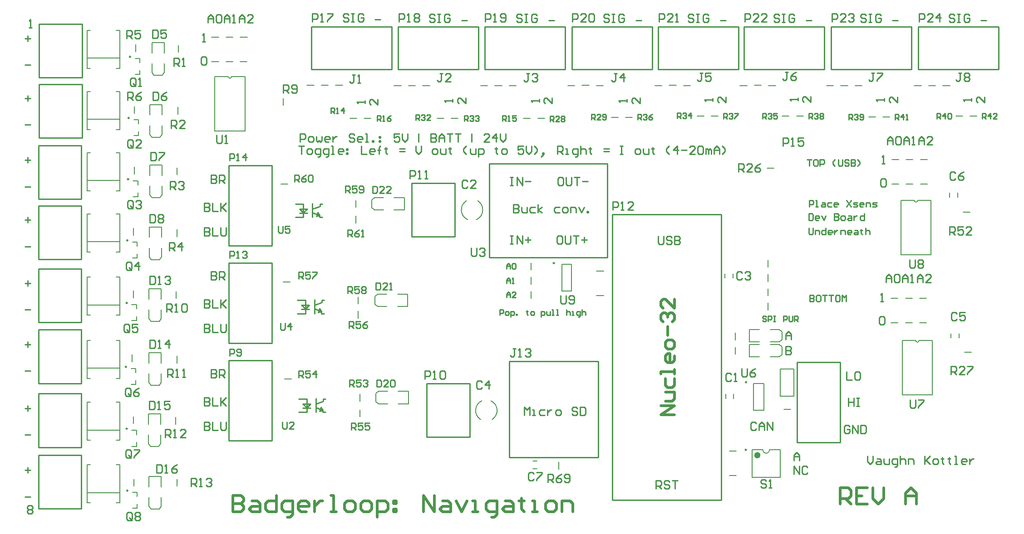
<source format=gbr>
%TF.GenerationSoftware,Altium Limited,Altium Designer,18.0.9 (584)*%
G04 Layer_Color=65535*
%FSLAX26Y26*%
%MOIN*%
%TF.FileFunction,Legend,Top*%
%TF.Part,Single*%
G01*
G75*
%TA.AperFunction,NonConductor*%
%ADD66C,0.009842*%
%ADD67C,0.007874*%
%ADD68C,0.023622*%
%ADD69C,0.010000*%
%ADD70C,0.005000*%
%ADD71C,0.020000*%
%ADD72C,0.019685*%
D66*
X4927953Y3148465D02*
G03*
X4927953Y3148465I-4921J0D01*
G01*
X6337441Y1776181D02*
G03*
X6337441Y1776181I-4921J0D01*
G01*
X1796260Y1475866D02*
G03*
X1796260Y1475866I-4921J0D01*
G01*
X1791260Y1930866D02*
G03*
X1791260Y1930866I-4921J0D01*
G01*
X1786260Y2385866D02*
G03*
X1786260Y2385866I-4921J0D01*
G01*
X1791260Y2855866D02*
G03*
X1791260Y2855866I-4921J0D01*
G01*
X1796260Y3315866D02*
G03*
X1796260Y3315866I-4921J0D01*
G01*
X1801260Y3765866D02*
G03*
X1801260Y3765866I-4921J0D01*
G01*
X1806260Y4215866D02*
G03*
X1806260Y4215866I-4921J0D01*
G01*
X1816260Y4665866D02*
G03*
X1816260Y4665866I-4921J0D01*
G01*
X6339921Y2273465D02*
G03*
X6339921Y2273465I-4921J0D01*
G01*
D67*
X6457520Y1775394D02*
G03*
X6507520Y1775394I25000J0D01*
G01*
X7570571Y3609370D02*
G03*
X7595571Y3609370I12500J0D01*
G01*
X7580571Y2579370D02*
G03*
X7605571Y2579370I12500J0D01*
G01*
X2531831Y4520630D02*
G03*
X2556831Y4520630I12500J0D01*
G01*
X4355263Y3468390D02*
G03*
X4364843Y3606398I-32743J71609D01*
G01*
X4280196D02*
G03*
X4289777Y3468390I42323J-66398D01*
G01*
X4394777Y2136610D02*
G03*
X4385197Y1998602I32743J-71609D01*
G01*
X4469843D02*
G03*
X4460263Y2136610I-42323J66398D01*
G01*
X3485000Y2744409D02*
Y2795591D01*
X1955984Y4239370D02*
Y4314173D01*
X2046535Y4239370D02*
Y4314173D01*
X1955984D02*
X2046535D01*
X1971732Y4074016D02*
X2030787D01*
X1955984Y4093701D02*
Y4160630D01*
X2030787Y4074016D02*
X2046535Y4093701D01*
X1955984D02*
X1971732Y4074016D01*
X2046535Y4093701D02*
Y4160630D01*
X1950354Y1504370D02*
Y1579173D01*
X2040906Y1504370D02*
Y1579173D01*
X1950354D02*
X2040906D01*
X1966102Y1339016D02*
X2025158D01*
X1950354Y1358701D02*
Y1425630D01*
X2025158Y1339016D02*
X2040906Y1358701D01*
X1950354D02*
X1966102Y1339016D01*
X2040906Y1358701D02*
Y1425630D01*
X6488779Y3845000D02*
X6539961D01*
X4768622Y1694528D02*
X4800118D01*
X4768622Y1635473D02*
X4800118D01*
X4959370Y1634409D02*
Y1685591D01*
X6179842Y3039252D02*
Y3070748D01*
X6238898Y3039252D02*
Y3070748D01*
X4982087Y2941575D02*
X5052953D01*
X4982087Y3138425D02*
X5052953D01*
Y2941575D02*
Y3138425D01*
X4982087Y2941575D02*
Y3138425D01*
X6378189Y1574606D02*
Y1775394D01*
X6586850Y1574606D02*
Y1775394D01*
X6378189D02*
X6457520D01*
X6507520D02*
X6586850D01*
X6378189Y1574606D02*
X6586850D01*
X6211929Y1765000D02*
X6263110D01*
X7874409Y4229370D02*
X7925591D01*
X7979409Y4228740D02*
X8030591D01*
X7234409Y4224370D02*
X7285591D01*
X7339409D02*
X7390591D01*
X6599409Y4229370D02*
X6650591D01*
X6704409D02*
X6755591D01*
X5974409D02*
X6025591D01*
X6079409D02*
X6130591D01*
X5344409Y4219370D02*
X5395591D01*
X5449409D02*
X5500591D01*
X4804409Y4214370D02*
X4855591D01*
X4699409D02*
X4750591D01*
X4064409D02*
X4115591D01*
X4169409D02*
X4220591D01*
X3529409D02*
X3580591D01*
X3424409D02*
X3475591D01*
X7472244Y3609370D02*
X7570571D01*
X7595571D02*
X7693898D01*
Y3209370D02*
Y3609370D01*
X7472244Y3209370D02*
X7693898D01*
X7472244D02*
Y3609370D01*
X7482244Y2579370D02*
X7580571D01*
X7605571D02*
X7703898D01*
Y2179370D02*
Y2579370D01*
X7482244Y2179370D02*
X7703898D01*
X7482244D02*
Y2579370D01*
X7939409Y2494370D02*
X7990591D01*
X7929409Y3524370D02*
X7980591D01*
X2155630Y1509409D02*
Y1560591D01*
X2145630Y1964409D02*
Y2015591D01*
X2155630Y2414409D02*
Y2465591D01*
X2150630Y2889409D02*
Y2940591D01*
X1840000Y1509409D02*
Y1560591D01*
X1835000Y1969409D02*
Y2020591D01*
X1825000Y2424409D02*
Y2475591D01*
X1835630Y2894409D02*
Y2945591D01*
X1863189Y1345945D02*
Y1377441D01*
X1827756Y1345945D02*
X1863189D01*
Y1432559D02*
Y1464055D01*
X1827756D02*
X1863189D01*
X1858189Y1800945D02*
Y1832441D01*
X1822756Y1800945D02*
X1858189D01*
Y1887559D02*
Y1919055D01*
X1822756D02*
X1858189D01*
X1853189Y2255945D02*
Y2287441D01*
X1817756Y2255945D02*
X1853189D01*
Y2342559D02*
Y2374055D01*
X1817756D02*
X1853189D01*
X1858189Y2725945D02*
Y2757441D01*
X1822756Y2725945D02*
X1858189D01*
Y2812559D02*
Y2844055D01*
X1822756D02*
X1858189D01*
X2935000Y4309409D02*
Y4360591D01*
X2433504Y4520630D02*
X2531831D01*
X2556831D02*
X2655157D01*
Y4120630D02*
Y4520630D01*
X2433504Y4120630D02*
X2655157D01*
X2433504D02*
Y4520630D01*
X2620669Y4810000D02*
X2671850D01*
X2619409Y4630000D02*
X2670591D01*
X2515669D02*
X2566850D01*
X2515669Y4810630D02*
X2566850D01*
X2410669Y4810000D02*
X2461850D01*
X2410669Y4630000D02*
X2461850D01*
X2155630Y3344409D02*
Y3395591D01*
X2156260Y3799409D02*
Y3850591D01*
X2161260Y4244409D02*
Y4295591D01*
X2166260Y4699409D02*
Y4750591D01*
X1836260Y3354409D02*
Y3405591D01*
X1841260Y3804409D02*
Y3855591D01*
Y4249409D02*
Y4300591D01*
X1851260Y4704409D02*
Y4755591D01*
X1863189Y3185945D02*
Y3217441D01*
X1827756Y3185945D02*
X1863189D01*
Y3272559D02*
Y3304055D01*
X1827756D02*
X1863189D01*
X1868189Y3635945D02*
Y3667441D01*
X1832756Y3635945D02*
X1868189D01*
Y3722559D02*
Y3754055D01*
X1832756D02*
X1868189D01*
X1873189Y4085945D02*
Y4117441D01*
X1837756Y4085945D02*
X1873189D01*
Y4172559D02*
Y4204055D01*
X1837756D02*
X1873189D01*
X1883189Y4535945D02*
Y4567441D01*
X1847756Y4535945D02*
X1883189D01*
Y4622559D02*
Y4654055D01*
X1847756D02*
X1883189D01*
X2934409Y3010000D02*
X2985591D01*
X2944409Y2295000D02*
X2995591D01*
X3500000Y2019409D02*
Y2070591D01*
X3485000Y2849409D02*
Y2900591D01*
X3470630Y3444409D02*
Y3495591D01*
X2919409Y3729370D02*
X2970591D01*
X2041535Y3193701D02*
Y3260630D01*
X1950984Y3193701D02*
X1966732Y3174016D01*
X2025787D02*
X2041535Y3193701D01*
X1950984D02*
Y3260630D01*
X1966732Y3174016D02*
X2025787D01*
X1950984Y3414173D02*
X2041535D01*
Y3339370D02*
Y3414173D01*
X1950984Y3339370D02*
Y3414173D01*
X2046535Y3648701D02*
Y3715630D01*
X1955984Y3648701D02*
X1971732Y3629016D01*
X2030787D02*
X2046535Y3648701D01*
X1955984D02*
Y3715630D01*
X1971732Y3629016D02*
X2030787D01*
X1955984Y3869173D02*
X2046535D01*
Y3794370D02*
Y3869173D01*
X1955984Y3794370D02*
Y3869173D01*
X2061535Y4548701D02*
Y4615630D01*
X1970984Y4548701D02*
X1986732Y4529016D01*
X2045787D02*
X2061535Y4548701D01*
X1970984D02*
Y4615630D01*
X1986732Y4529016D02*
X2045787D01*
X1970984Y4769173D02*
X2061535D01*
Y4694370D02*
Y4769173D01*
X1970984Y4694370D02*
Y4769173D01*
X2035906Y1818701D02*
Y1885630D01*
X1945354Y1818701D02*
X1961102Y1799016D01*
X2020158D02*
X2035906Y1818701D01*
X1945354D02*
Y1885630D01*
X1961102Y1799016D02*
X2020158D01*
X1945354Y2039173D02*
X2035906D01*
Y1964370D02*
Y2039173D01*
X1945354Y1964370D02*
Y2039173D01*
X2040906Y2268701D02*
Y2335630D01*
X1950354Y2268701D02*
X1966102Y2249016D01*
X2025158D02*
X2040906Y2268701D01*
X1950354D02*
Y2335630D01*
X1966102Y2249016D02*
X2025158D01*
X1950354Y2489173D02*
X2040906D01*
Y2414370D02*
Y2489173D01*
X1950354Y2414370D02*
Y2489173D01*
X2040906Y2738701D02*
Y2805630D01*
X1950354Y2738701D02*
X1966102Y2719016D01*
X2025158D02*
X2040906Y2738701D01*
X1950354D02*
Y2805630D01*
X1966102Y2719016D02*
X2025158D01*
X1950354Y2959173D02*
X2040906D01*
Y2884370D02*
Y2959173D01*
X1950354Y2884370D02*
Y2959173D01*
X3634803Y2114724D02*
X3701732D01*
X3615118Y2189528D02*
X3634803Y2205276D01*
X3615118Y2130472D02*
X3634803Y2114724D01*
Y2205276D02*
X3701732D01*
X3615118Y2130472D02*
Y2189528D01*
X3855276Y2114724D02*
Y2205276D01*
X3780472Y2114724D02*
X3855276D01*
X3780472Y2205276D02*
X3855276D01*
X3500000Y2134409D02*
Y2185591D01*
X3629803Y2829724D02*
X3696732D01*
X3610118Y2904528D02*
X3629803Y2920276D01*
X3610118Y2845472D02*
X3629803Y2829724D01*
Y2920276D02*
X3696732D01*
X3610118Y2845472D02*
Y2904528D01*
X3850276Y2829724D02*
Y2920276D01*
X3775472Y2829724D02*
X3850276D01*
X3775472Y2920276D02*
X3850276D01*
X3604803Y3539724D02*
X3671732D01*
X3585118Y3614528D02*
X3604803Y3630276D01*
X3585118Y3555472D02*
X3604803Y3539724D01*
Y3630276D02*
X3671732D01*
X3585118Y3555472D02*
Y3614528D01*
X3825276Y3539724D02*
Y3630276D01*
X3750472Y3539724D02*
X3825276D01*
X3750472Y3630276D02*
X3825276D01*
X3470630Y3559409D02*
Y3610591D01*
X6511890Y2660276D02*
X6578819D01*
X6578819Y2569724D02*
X6598504Y2585472D01*
X6578819Y2660276D02*
X6598504Y2644528D01*
X6511890Y2569724D02*
X6578819D01*
X6598504Y2585472D02*
Y2644528D01*
X6358346Y2569724D02*
Y2660276D01*
X6433150D01*
X6358346Y2569724D02*
X6433150D01*
X6257520Y2584409D02*
Y2635591D01*
X5236929Y2910000D02*
X5288110D01*
X5236929Y3090000D02*
X5288110D01*
X6511890Y2550276D02*
X6578819D01*
X6578819Y2459724D02*
X6598504Y2475472D01*
X6578819Y2550276D02*
X6598504Y2534528D01*
X6511890Y2459724D02*
X6578819D01*
X6598504Y2475472D02*
Y2534528D01*
X6358346Y2459724D02*
Y2550276D01*
X6433150D01*
X6358346Y2459724D02*
X6433150D01*
X6257520Y2479409D02*
Y2530591D01*
X6211929Y1585000D02*
X6263110D01*
X6388150Y2066575D02*
Y2263425D01*
X6466890Y2066575D02*
Y2263425D01*
X6388150D02*
X6466890D01*
X6388150Y2066575D02*
X6466890D01*
X6611929Y2074370D02*
X6663110D01*
X6587520Y2370000D02*
X6687520D01*
Y2170000D02*
Y2370000D01*
X6587520Y2170000D02*
X6687520D01*
X6587520D02*
Y2370000D01*
X6184843Y2154252D02*
Y2185748D01*
X6243898Y2154252D02*
Y2185748D01*
X6494370Y3119409D02*
Y3170591D01*
Y3014409D02*
Y3065591D01*
Y2909409D02*
Y2960591D01*
Y2804409D02*
Y2855591D01*
X4755000Y3099409D02*
Y3150591D01*
X4754370Y2994409D02*
Y3045591D01*
Y2889409D02*
Y2940591D01*
X4385039Y4454370D02*
X4436221D01*
X3110039Y4455000D02*
X3161220D01*
X3750039Y4453740D02*
X3801220D01*
X4490039Y4454370D02*
X4541221D01*
X3215039Y4455630D02*
X3266220D01*
X3855039Y4454370D02*
X3906220D01*
X4595039Y4453740D02*
X4646221D01*
X3320039Y4455000D02*
X3371220D01*
X3960039Y4454370D02*
X4011220D01*
X6290039D02*
X6341221D01*
X5665039D02*
X5716221D01*
X5025039D02*
X5076221D01*
X6395039Y4455000D02*
X6446221D01*
X5770039D02*
X5821221D01*
X5130039D02*
X5181221D01*
X6500039Y4454370D02*
X6551221D01*
X5875039D02*
X5926221D01*
X5235039D02*
X5286221D01*
X7570039D02*
X7621221D01*
X6925039D02*
X6976221D01*
X7675039D02*
X7726221D01*
X7030039D02*
X7081221D01*
X7780039D02*
X7831221D01*
X7135039D02*
X7186221D01*
X7840472Y2599252D02*
Y2630748D01*
X7899528Y2599252D02*
Y2630748D01*
X7399409Y2709370D02*
X7450591D01*
X7399409Y2889370D02*
X7450591D01*
X7504409Y2710000D02*
X7555591D01*
X7504409Y2889370D02*
X7555591D01*
X7609409Y2710000D02*
X7660591D01*
X7609409Y2889370D02*
X7660591D01*
X7404409Y3729370D02*
X7455591D01*
X7404409Y3909370D02*
X7455591D01*
X7509409Y3729370D02*
X7560591D01*
X7509409Y3909370D02*
X7560591D01*
X7614409Y3729370D02*
X7665591D01*
X7614409Y3909370D02*
X7665591D01*
X7830472Y3633622D02*
Y3665118D01*
X7889528Y3633622D02*
Y3665118D01*
D68*
X6429370Y1736024D02*
G03*
X6429370Y1736024I-11811J0D01*
G01*
D69*
X4596063Y1720433D02*
X5249606D01*
Y2425157D01*
X4596063Y1720433D02*
Y2425157D01*
X5249606D01*
X4448779Y3189764D02*
Y3878740D01*
X5314921Y3189764D02*
Y3878740D01*
X4448779Y3189764D02*
X5314921D01*
X4448779Y3878740D02*
X5314921D01*
X1138150Y2264724D02*
X1453110D01*
X1138150Y2658425D02*
X1453110D01*
Y2264724D02*
Y2658425D01*
X1138150Y2264724D02*
Y2658425D01*
Y2711575D02*
X1453110D01*
X1138150Y3105276D02*
X1453110D01*
Y2711575D02*
Y3105276D01*
X1138150Y2711575D02*
Y3105276D01*
Y3176575D02*
X1453110D01*
X1138150Y3570276D02*
X1453110D01*
Y3176575D02*
Y3570276D01*
X1138150Y3176575D02*
Y3570276D01*
Y3619724D02*
X1453110D01*
X1138150Y4013425D02*
X1453110D01*
Y3619724D02*
Y4013425D01*
X1138150Y3619724D02*
Y4013425D01*
X1143150Y4069724D02*
X1458110D01*
X1143150Y4463425D02*
X1458110D01*
Y4069724D02*
Y4463425D01*
X1143150Y4069724D02*
Y4463425D01*
Y4511575D02*
X1458110D01*
X1143150Y4905276D02*
X1458110D01*
Y4511575D02*
Y4905276D01*
X1143150Y4511575D02*
Y4905276D01*
X3164724Y2813583D02*
X3215905Y2793898D01*
X3164724Y2841142D02*
X3219843Y2860827D01*
X3070236Y2841142D02*
X3097795Y2813583D01*
X3070236Y2841142D02*
X3125354D01*
X3097795Y2813583D02*
X3125354Y2841142D01*
X3038740Y2876575D02*
X3097795D01*
Y2778150D02*
Y2876575D01*
X3038740Y2778150D02*
X3097795D01*
X3070236Y2809646D02*
X3125354D01*
X3164724Y2778150D02*
Y2880512D01*
X3219843Y2860827D02*
Y2876575D01*
X3235591D01*
X3215905Y2778150D02*
Y2793898D01*
Y2778150D02*
X3235591D01*
X3204095Y2817520D02*
X3215905Y2793898D01*
X3192284Y2786024D02*
X3215905Y2793898D01*
X3192284Y2786024D02*
X3204095Y2817520D01*
X3174724Y2087008D02*
X3225905Y2067323D01*
X3174724Y2114567D02*
X3229843Y2134252D01*
X3080236Y2114567D02*
X3107795Y2087008D01*
X3080236Y2114567D02*
X3135354D01*
X3107795Y2087008D02*
X3135354Y2114567D01*
X3048740Y2150000D02*
X3107795D01*
Y2051575D02*
Y2150000D01*
X3048740Y2051575D02*
X3107795D01*
X3080236Y2083071D02*
X3135354D01*
X3174724Y2051575D02*
Y2153937D01*
X3229843Y2134252D02*
Y2150000D01*
X3245591D01*
X3225905Y2051575D02*
Y2067323D01*
Y2051575D02*
X3245591D01*
X3214095Y2090945D02*
X3225905Y2067323D01*
X3202284Y2059449D02*
X3225905Y2067323D01*
X3202284Y2059449D02*
X3214095Y2090945D01*
X3150394Y3520433D02*
X3201575Y3500748D01*
X3150394Y3547992D02*
X3205512Y3567677D01*
X3055905Y3547992D02*
X3083465Y3520433D01*
X3055905Y3547992D02*
X3111024D01*
X3083465Y3520433D02*
X3111024Y3547992D01*
X3024410Y3583425D02*
X3083465D01*
Y3485000D02*
Y3583425D01*
X3024410Y3485000D02*
X3083465D01*
X3055905Y3516496D02*
X3111024D01*
X3150394Y3485000D02*
Y3587362D01*
X3205512Y3567677D02*
Y3583425D01*
X3221260D01*
X3201575Y3485000D02*
Y3500748D01*
Y3485000D02*
X3221260D01*
X3189764Y3524370D02*
X3201575Y3500748D01*
X3177953Y3492874D02*
X3201575Y3500748D01*
X3177953Y3492874D02*
X3189764Y3524370D01*
X1138150Y1341575D02*
Y1735276D01*
X1453110Y1341575D02*
Y1735276D01*
X1138150D02*
X1453110D01*
X1138150Y1341575D02*
X1453110D01*
X1138150Y1794724D02*
Y2188425D01*
X1453110Y1794724D02*
Y2188425D01*
X1138150D02*
X1453110D01*
X1138150Y1794724D02*
X1453110D01*
X2537520Y1842874D02*
X2852480D01*
X2537520Y2433425D02*
X2852480D01*
Y1842874D02*
Y2433425D01*
X2537520Y1842874D02*
Y2433425D01*
Y2559724D02*
X2852480D01*
X2537520Y3150276D02*
X2852480D01*
Y2559724D02*
Y3150276D01*
X2537520Y2559724D02*
Y3150276D01*
Y3276575D02*
X2852480D01*
X2537520Y3867126D02*
X2852480D01*
Y3276575D02*
Y3867126D01*
X2537520Y3276575D02*
Y3867126D01*
X3880039Y3341575D02*
Y3735276D01*
X4195000Y3341575D02*
Y3735276D01*
X3880039D02*
X4195000D01*
X3880039Y3341575D02*
X4195000D01*
X5352520Y1405000D02*
Y3505000D01*
X6152520Y1405000D02*
Y3505000D01*
X5352520D02*
X6152520D01*
X5352520Y1405000D02*
X6152520D01*
X3990039Y1869724D02*
Y2263425D01*
X4305000Y1869724D02*
Y2263425D01*
X3990039D02*
X4305000D01*
X3990039Y1869724D02*
X4305000D01*
X6710039Y1829724D02*
X7025000D01*
X6710039Y2420276D02*
X7025000D01*
Y1829724D02*
Y2420276D01*
X6710039Y1829724D02*
Y2420276D01*
X5005905Y4572520D02*
Y4887480D01*
X4415354Y4572520D02*
Y4887480D01*
X5005905D01*
X4415354Y4572520D02*
X5005905D01*
X3734055D02*
Y4887480D01*
X3143504Y4572520D02*
Y4887480D01*
X3734055D01*
X3143504Y4572520D02*
X3734055D01*
X4370905D02*
Y4887480D01*
X3780354Y4572520D02*
Y4887480D01*
X4370905D01*
X3780354Y4572520D02*
X4370905D01*
X6910905D02*
Y4887480D01*
X6320354Y4572520D02*
Y4887480D01*
X6910905D01*
X6320354Y4572520D02*
X6910905D01*
X6280905D02*
Y4887480D01*
X5690354Y4572520D02*
Y4887480D01*
X6280905D01*
X5690354Y4572520D02*
X6280905D01*
X5645905D02*
Y4887480D01*
X5055354Y4572520D02*
Y4887480D01*
X5645905D01*
X5055354Y4572520D02*
X5645905D01*
X8190905D02*
Y4887480D01*
X7600354Y4572520D02*
Y4887480D01*
X8190905D01*
X7600354Y4572520D02*
X8190905D01*
X7550905D02*
Y4887480D01*
X6960354Y4572520D02*
Y4887480D01*
X7550905D01*
X6960354Y4572520D02*
X7550905D01*
X7225000Y1729981D02*
Y1689994D01*
X7244993Y1670000D01*
X7264987Y1689994D01*
Y1729981D01*
X7294977Y1709987D02*
X7314971D01*
X7324968Y1699990D01*
Y1670000D01*
X7294977D01*
X7284981Y1679997D01*
X7294977Y1689994D01*
X7324968D01*
X7344961Y1709987D02*
Y1679997D01*
X7354958Y1670000D01*
X7384948D01*
Y1709987D01*
X7424935Y1650006D02*
X7434932D01*
X7444929Y1660003D01*
Y1709987D01*
X7414939D01*
X7404942Y1699990D01*
Y1679997D01*
X7414939Y1670000D01*
X7444929D01*
X7464922Y1729981D02*
Y1670000D01*
Y1699990D01*
X7474919Y1709987D01*
X7494913D01*
X7504909Y1699990D01*
Y1670000D01*
X7524903D02*
Y1709987D01*
X7554893D01*
X7564890Y1699990D01*
Y1670000D01*
X7644864Y1729981D02*
Y1670000D01*
Y1689994D01*
X7684851Y1729981D01*
X7654861Y1699990D01*
X7684851Y1670000D01*
X7714842D02*
X7734835D01*
X7744832Y1679997D01*
Y1699990D01*
X7734835Y1709987D01*
X7714842D01*
X7704845Y1699990D01*
Y1679997D01*
X7714842Y1670000D01*
X7774822Y1719984D02*
Y1709987D01*
X7764825D01*
X7784819D01*
X7774822D01*
Y1679997D01*
X7784819Y1670000D01*
X7824806Y1719984D02*
Y1709987D01*
X7814809D01*
X7834803D01*
X7824806D01*
Y1679997D01*
X7834803Y1670000D01*
X7864793D02*
X7884787D01*
X7874790D01*
Y1729981D01*
X7864793D01*
X7944767Y1670000D02*
X7924774D01*
X7914777Y1679997D01*
Y1699990D01*
X7924774Y1709987D01*
X7944767D01*
X7954764Y1699990D01*
Y1689994D01*
X7914777D01*
X7974757Y1709987D02*
Y1670000D01*
Y1689994D01*
X7984754Y1699990D01*
X7994751Y1709987D01*
X8004748D01*
X4706299Y2031457D02*
Y2091437D01*
X4726293Y2071444D01*
X4746286Y2091437D01*
Y2031457D01*
X4766280D02*
X4786273D01*
X4776277D01*
Y2071444D01*
X4766280D01*
X4856251D02*
X4826260D01*
X4816264Y2061447D01*
Y2041454D01*
X4826260Y2031457D01*
X4856251D01*
X4876244Y2071444D02*
Y2031457D01*
Y2051450D01*
X4886241Y2061447D01*
X4896238Y2071444D01*
X4906234D01*
X4946222Y2031457D02*
X4966215D01*
X4976212Y2041454D01*
Y2061447D01*
X4966215Y2071444D01*
X4946222D01*
X4936225Y2061447D01*
Y2041454D01*
X4946222Y2031457D01*
X5096173Y2081441D02*
X5086176Y2091437D01*
X5066183D01*
X5056186Y2081441D01*
Y2071444D01*
X5066183Y2061447D01*
X5086176D01*
X5096173Y2051450D01*
Y2041454D01*
X5086176Y2031457D01*
X5066183D01*
X5056186Y2041454D01*
X5116167Y2091437D02*
Y2031457D01*
X5146157D01*
X5156154Y2041454D01*
Y2081441D01*
X5146157Y2091437D01*
X5116167D01*
X6685000Y1695000D02*
Y1734987D01*
X6704993Y1754981D01*
X6724987Y1734987D01*
Y1695000D01*
Y1724990D01*
X6685000D01*
Y1595000D02*
Y1654981D01*
X6724987Y1595000D01*
Y1654981D01*
X6784968Y1644984D02*
X6774971Y1654981D01*
X6754977D01*
X6744981Y1644984D01*
Y1604997D01*
X6754977Y1595000D01*
X6774971D01*
X6784968Y1604997D01*
X4625945Y3580453D02*
Y3520472D01*
X4655935D01*
X4665932Y3530469D01*
Y3540466D01*
X4655935Y3550463D01*
X4625945D01*
X4655935D01*
X4665932Y3560459D01*
Y3570456D01*
X4655935Y3580453D01*
X4625945D01*
X4685926Y3560459D02*
Y3530469D01*
X4695922Y3520472D01*
X4725913D01*
Y3560459D01*
X4785893D02*
X4755903D01*
X4745906Y3550463D01*
Y3530469D01*
X4755903Y3520472D01*
X4785893D01*
X4805887D02*
Y3580453D01*
Y3540466D02*
X4835877Y3560459D01*
X4805887Y3540466D02*
X4835877Y3520472D01*
X4965835Y3560459D02*
X4935845D01*
X4925848Y3550463D01*
Y3530469D01*
X4935845Y3520472D01*
X4965835D01*
X4995825D02*
X5015819D01*
X5025816Y3530469D01*
Y3550463D01*
X5015819Y3560459D01*
X4995825D01*
X4985828Y3550463D01*
Y3530469D01*
X4995825Y3520472D01*
X5045809D02*
Y3560459D01*
X5075799D01*
X5085796Y3550463D01*
Y3520472D01*
X5105790Y3560459D02*
X5125783Y3520472D01*
X5145777Y3560459D01*
X5165770Y3520472D02*
Y3530469D01*
X5175767D01*
Y3520472D01*
X5165770D01*
X4602323Y3781240D02*
X4622316D01*
X4612320D01*
Y3721260D01*
X4602323D01*
X4622316D01*
X4652307D02*
Y3781240D01*
X4692294Y3721260D01*
Y3781240D01*
X4712287Y3751250D02*
X4752274D01*
X4982707Y3781240D02*
X4962713D01*
X4952717Y3771244D01*
Y3731257D01*
X4962713Y3721260D01*
X4982707D01*
X4992704Y3731257D01*
Y3771244D01*
X4982707Y3781240D01*
X5012697D02*
Y3731257D01*
X5022694Y3721260D01*
X5042688D01*
X5052684Y3731257D01*
Y3781240D01*
X5072678D02*
X5112665D01*
X5092671D01*
Y3721260D01*
X5132658Y3751250D02*
X5172645D01*
X4602323Y3348169D02*
X4622316D01*
X4612320D01*
Y3288189D01*
X4602323D01*
X4622316D01*
X4652307D02*
Y3348169D01*
X4692294Y3288189D01*
Y3348169D01*
X4712287Y3318179D02*
X4752274D01*
X4732281Y3338173D02*
Y3298186D01*
X4974833Y3348170D02*
X4954839D01*
X4944842Y3338173D01*
Y3298186D01*
X4954839Y3288189D01*
X4974833D01*
X4984830Y3298186D01*
Y3338173D01*
X4974833Y3348170D01*
X5004823D02*
Y3298186D01*
X5014820Y3288189D01*
X5034813D01*
X5044810Y3298186D01*
Y3348170D01*
X5064804D02*
X5104791D01*
X5084797D01*
Y3288189D01*
X5124784Y3318179D02*
X5164771D01*
X5144778Y3338173D02*
Y3298186D01*
X6481028Y2753323D02*
X6474364Y2759987D01*
X6461035D01*
X6454370Y2753323D01*
Y2746658D01*
X6461035Y2739994D01*
X6474364D01*
X6481028Y2733329D01*
Y2726664D01*
X6474364Y2720000D01*
X6461035D01*
X6454370Y2726664D01*
X6494357Y2720000D02*
Y2759987D01*
X6514351D01*
X6521015Y2753323D01*
Y2739994D01*
X6514351Y2733329D01*
X6494357D01*
X6534344Y2759987D02*
X6547673D01*
X6541009D01*
Y2720000D01*
X6534344D01*
X6547673D01*
X6607654D02*
Y2759987D01*
X6627648D01*
X6634312Y2753323D01*
Y2739994D01*
X6627648Y2733329D01*
X6607654D01*
X6647641Y2759987D02*
Y2726664D01*
X6654306Y2720000D01*
X6667635D01*
X6674299Y2726664D01*
Y2759987D01*
X6687628Y2720000D02*
Y2759987D01*
X6707622D01*
X6714286Y2753323D01*
Y2739994D01*
X6707622Y2733329D01*
X6687628D01*
X6700957D02*
X6714286Y2720000D01*
X4524370Y2765000D02*
Y2804987D01*
X4544364D01*
X4551028Y2798323D01*
Y2784994D01*
X4544364Y2778329D01*
X4524370D01*
X4571022Y2765000D02*
X4584351D01*
X4591015Y2771664D01*
Y2784994D01*
X4584351Y2791658D01*
X4571022D01*
X4564357Y2784994D01*
Y2771664D01*
X4571022Y2765000D01*
X4604344Y2751671D02*
Y2791658D01*
X4624338D01*
X4631002Y2784994D01*
Y2771664D01*
X4624338Y2765000D01*
X4604344D01*
X4644331D02*
Y2771664D01*
X4650996D01*
Y2765000D01*
X4644331D01*
X4724306Y2798323D02*
Y2791658D01*
X4717641D01*
X4730970D01*
X4724306D01*
Y2771664D01*
X4730970Y2765000D01*
X4757628D02*
X4770957D01*
X4777622Y2771664D01*
Y2784994D01*
X4770957Y2791658D01*
X4757628D01*
X4750964Y2784994D01*
Y2771664D01*
X4757628Y2765000D01*
X4830938Y2751671D02*
Y2791658D01*
X4850931D01*
X4857596Y2784994D01*
Y2771664D01*
X4850931Y2765000D01*
X4830938D01*
X4870925Y2791658D02*
Y2771664D01*
X4877590Y2765000D01*
X4897583D01*
Y2791658D01*
X4910912Y2765000D02*
X4924241D01*
X4917577D01*
Y2804987D01*
X4910912D01*
X4944235Y2765000D02*
X4957564D01*
X4950899D01*
Y2804987D01*
X4944235D01*
X5017544D02*
Y2765000D01*
Y2784994D01*
X5024209Y2791658D01*
X5037538D01*
X5044202Y2784994D01*
Y2765000D01*
X5057532D02*
X5070860D01*
X5064196D01*
Y2791658D01*
X5057532D01*
X5104183Y2751671D02*
X5110848D01*
X5117512Y2758336D01*
Y2791658D01*
X5097519D01*
X5090854Y2784994D01*
Y2771664D01*
X5097519Y2765000D01*
X5117512D01*
X5130841Y2804987D02*
Y2765000D01*
Y2784994D01*
X5137506Y2791658D01*
X5150835D01*
X5157499Y2784994D01*
Y2765000D01*
X4574370Y2895000D02*
Y2921658D01*
X4587699Y2934987D01*
X4601028Y2921658D01*
Y2895000D01*
Y2914994D01*
X4574370D01*
X4641015Y2895000D02*
X4614357D01*
X4641015Y2921658D01*
Y2928323D01*
X4634351Y2934987D01*
X4621022D01*
X4614357Y2928323D01*
X4574370Y3000000D02*
Y3026658D01*
X4587699Y3039987D01*
X4601028Y3026658D01*
Y3000000D01*
Y3019994D01*
X4574370D01*
X4614357Y3000000D02*
X4627686D01*
X4621022D01*
Y3039987D01*
X4614357Y3033323D01*
X4574370Y3105000D02*
Y3131658D01*
X4587699Y3144987D01*
X4601028Y3131658D01*
Y3105000D01*
Y3124994D01*
X4574370D01*
X4614357Y3138323D02*
X4621022Y3144987D01*
X4634351D01*
X4641015Y3138323D01*
Y3111664D01*
X4634351Y3105000D01*
X4621022D01*
X4614357Y3111664D01*
Y3138323D01*
X7072520Y2349981D02*
Y2290000D01*
X7112507D01*
X7162491Y2349981D02*
X7142497D01*
X7132500Y2339984D01*
Y2299997D01*
X7142497Y2290000D01*
X7162491D01*
X7172487Y2299997D01*
Y2339984D01*
X7162491Y2349981D01*
X7087520Y2154981D02*
Y2095000D01*
Y2124990D01*
X7127507D01*
Y2154981D01*
Y2095000D01*
X7147500Y2154981D02*
X7167494D01*
X7157497D01*
Y2095000D01*
X7147500D01*
X7167494D01*
X7097507Y1944984D02*
X7087510Y1954981D01*
X7067516D01*
X7057520Y1944984D01*
Y1904997D01*
X7067516Y1895000D01*
X7087510D01*
X7097507Y1904997D01*
Y1924990D01*
X7077513D01*
X7117500Y1895000D02*
Y1954981D01*
X7157487Y1895000D01*
Y1954981D01*
X7177481D02*
Y1895000D01*
X7207471D01*
X7217468Y1904997D01*
Y1944984D01*
X7207471Y1954981D01*
X7177481D01*
X6409357Y1969984D02*
X6399360Y1979981D01*
X6379367D01*
X6369370Y1969984D01*
Y1929997D01*
X6379367Y1920000D01*
X6399360D01*
X6409357Y1929997D01*
X6429351Y1920000D02*
Y1959987D01*
X6449344Y1979981D01*
X6469338Y1959987D01*
Y1920000D01*
Y1949990D01*
X6429351D01*
X6489331Y1920000D02*
Y1979981D01*
X6529318Y1920000D01*
Y1979981D01*
X6627520Y2534981D02*
Y2475000D01*
X6657510D01*
X6667507Y2484997D01*
Y2494994D01*
X6657510Y2504990D01*
X6627520D01*
X6657510D01*
X6667507Y2514987D01*
Y2524984D01*
X6657510Y2534981D01*
X6627520D01*
Y2585000D02*
Y2624987D01*
X6647513Y2644981D01*
X6667507Y2624987D01*
Y2585000D01*
Y2614990D01*
X6627520D01*
X1055000Y1354984D02*
X1064997Y1364981D01*
X1084990D01*
X1094987Y1354984D01*
Y1344987D01*
X1084990Y1334990D01*
X1094987Y1324994D01*
Y1314997D01*
X1084990Y1305000D01*
X1064997D01*
X1055000Y1314997D01*
Y1324994D01*
X1064997Y1334990D01*
X1055000Y1344987D01*
Y1354984D01*
X1064997Y1334990D02*
X1084990D01*
X1070000Y4880000D02*
X1089994D01*
X1079997D01*
Y4939981D01*
X1070000Y4929984D01*
X1040000Y1624990D02*
X1079987D01*
X1059994Y1644984D02*
Y1604997D01*
X1040000Y1429990D02*
X1079987D01*
X1040000Y2079990D02*
X1079987D01*
X1059994Y2099984D02*
Y2059997D01*
X1040000Y1884990D02*
X1079987D01*
X1040000Y2549990D02*
X1079987D01*
X1059994Y2569984D02*
Y2529997D01*
X1040000Y2354990D02*
X1079987D01*
X1040000Y2999990D02*
X1079987D01*
X1059994Y3019984D02*
Y2979997D01*
X1040000Y2804990D02*
X1079987D01*
X1040000Y3464990D02*
X1079987D01*
X1059994Y3484984D02*
Y3444997D01*
X1040000Y3269990D02*
X1079987D01*
X1040000Y3904990D02*
X1079987D01*
X1059994Y3924984D02*
Y3884997D01*
X1040000Y3709990D02*
X1079987D01*
X1040000Y4359990D02*
X1079987D01*
X1059994Y4379984D02*
Y4339997D01*
X1040000Y4164990D02*
X1079987D01*
X1040000Y4604990D02*
X1079987D01*
X1040000Y4799990D02*
X1079987D01*
X1059994Y4819984D02*
Y4779997D01*
X2405000Y2364981D02*
Y2305000D01*
X2434990D01*
X2444987Y2314997D01*
Y2324994D01*
X2434990Y2334990D01*
X2405000D01*
X2434990D01*
X2444987Y2344987D01*
Y2354984D01*
X2434990Y2364981D01*
X2405000D01*
X2464981Y2305000D02*
Y2364981D01*
X2494971D01*
X2504968Y2354984D01*
Y2334990D01*
X2494971Y2324994D01*
X2464981D01*
X2484974D02*
X2504968Y2305000D01*
X2355000Y2159981D02*
Y2100000D01*
X2384990D01*
X2394987Y2109997D01*
Y2119994D01*
X2384990Y2129990D01*
X2355000D01*
X2384990D01*
X2394987Y2139987D01*
Y2149984D01*
X2384990Y2159981D01*
X2355000D01*
X2414981D02*
Y2100000D01*
X2454968D01*
X2474961Y2159981D02*
Y2100000D01*
Y2119994D01*
X2514948Y2159981D01*
X2484958Y2129990D01*
X2514948Y2100000D01*
X2355000Y1979981D02*
Y1920000D01*
X2384990D01*
X2394987Y1929997D01*
Y1939994D01*
X2384990Y1949990D01*
X2355000D01*
X2384990D01*
X2394987Y1959987D01*
Y1969984D01*
X2384990Y1979981D01*
X2355000D01*
X2414981D02*
Y1920000D01*
X2454968D01*
X2474961Y1979981D02*
Y1929997D01*
X2484958Y1920000D01*
X2504952D01*
X2514948Y1929997D01*
Y1979981D01*
X2405000Y3084981D02*
Y3025000D01*
X2434990D01*
X2444987Y3034997D01*
Y3044994D01*
X2434990Y3054990D01*
X2405000D01*
X2434990D01*
X2444987Y3064987D01*
Y3074984D01*
X2434990Y3084981D01*
X2405000D01*
X2464981Y3025000D02*
Y3084981D01*
X2494971D01*
X2504968Y3074984D01*
Y3054990D01*
X2494971Y3044994D01*
X2464981D01*
X2484974D02*
X2504968Y3025000D01*
X2355000Y2879981D02*
Y2820000D01*
X2384990D01*
X2394987Y2829997D01*
Y2839994D01*
X2384990Y2849990D01*
X2355000D01*
X2384990D01*
X2394987Y2859987D01*
Y2869984D01*
X2384990Y2879981D01*
X2355000D01*
X2414981D02*
Y2820000D01*
X2454968D01*
X2474961Y2879981D02*
Y2820000D01*
Y2839994D01*
X2514948Y2879981D01*
X2484958Y2849990D01*
X2514948Y2820000D01*
X2355000Y2699981D02*
Y2640000D01*
X2384990D01*
X2394987Y2649997D01*
Y2659994D01*
X2384990Y2669990D01*
X2355000D01*
X2384990D01*
X2394987Y2679987D01*
Y2689984D01*
X2384990Y2699981D01*
X2355000D01*
X2414981D02*
Y2640000D01*
X2454968D01*
X2474961Y2699981D02*
Y2649997D01*
X2484958Y2640000D01*
X2504952D01*
X2514948Y2649997D01*
Y2699981D01*
X2355000Y3409981D02*
Y3350000D01*
X2384990D01*
X2394987Y3359997D01*
Y3369994D01*
X2384990Y3379990D01*
X2355000D01*
X2384990D01*
X2394987Y3389987D01*
Y3399984D01*
X2384990Y3409981D01*
X2355000D01*
X2414981D02*
Y3350000D01*
X2454968D01*
X2474961Y3409981D02*
Y3359997D01*
X2484958Y3350000D01*
X2504952D01*
X2514948Y3359997D01*
Y3409981D01*
X2355000Y3589981D02*
Y3530000D01*
X2384990D01*
X2394987Y3539997D01*
Y3549994D01*
X2384990Y3559990D01*
X2355000D01*
X2384990D01*
X2394987Y3569987D01*
Y3579984D01*
X2384990Y3589981D01*
X2355000D01*
X2414981D02*
Y3530000D01*
X2454968D01*
X2474961Y3589981D02*
Y3530000D01*
Y3549994D01*
X2514948Y3589981D01*
X2484958Y3559990D01*
X2514948Y3530000D01*
X2405000Y3794981D02*
Y3735000D01*
X2434990D01*
X2444987Y3744997D01*
Y3754994D01*
X2434990Y3764990D01*
X2405000D01*
X2434990D01*
X2444987Y3774987D01*
Y3784984D01*
X2434990Y3794981D01*
X2405000D01*
X2464981Y3735000D02*
Y3794981D01*
X2494971D01*
X2504968Y3784984D01*
Y3764990D01*
X2494971Y3754994D01*
X2464981D01*
X2484974D02*
X2504968Y3735000D01*
X3050000Y4009351D02*
X3089987D01*
X3069994D01*
Y3949370D01*
X3119977D02*
X3139971D01*
X3149968Y3959367D01*
Y3979360D01*
X3139971Y3989357D01*
X3119977D01*
X3109981Y3979360D01*
Y3959367D01*
X3119977Y3949370D01*
X3189955Y3929377D02*
X3199952D01*
X3209948Y3939373D01*
Y3989357D01*
X3179958D01*
X3169961Y3979360D01*
Y3959367D01*
X3179958Y3949370D01*
X3209948D01*
X3249935Y3929377D02*
X3259932D01*
X3269929Y3939373D01*
Y3989357D01*
X3239939D01*
X3229942Y3979360D01*
Y3959367D01*
X3239939Y3949370D01*
X3269929D01*
X3289922D02*
X3309916D01*
X3299919D01*
Y4009351D01*
X3289922D01*
X3369896Y3949370D02*
X3349903D01*
X3339906Y3959367D01*
Y3979360D01*
X3349903Y3989357D01*
X3369896D01*
X3379893Y3979360D01*
Y3969364D01*
X3339906D01*
X3399887Y3989357D02*
X3409884D01*
Y3979360D01*
X3399887D01*
Y3989357D01*
Y3959367D02*
X3409884D01*
Y3949370D01*
X3399887D01*
Y3959367D01*
X3509851Y4009351D02*
Y3949370D01*
X3549838D01*
X3599822D02*
X3579829D01*
X3569832Y3959367D01*
Y3979360D01*
X3579829Y3989357D01*
X3599822D01*
X3609819Y3979360D01*
Y3969364D01*
X3569832D01*
X3639809Y3949370D02*
Y3999354D01*
Y3979360D01*
X3629812D01*
X3649806D01*
X3639809D01*
Y3999354D01*
X3649806Y4009351D01*
X3689793Y3999354D02*
Y3989357D01*
X3679796D01*
X3699790D01*
X3689793D01*
Y3959367D01*
X3699790Y3949370D01*
X3789761Y3969364D02*
X3829748D01*
X3789761Y3989357D02*
X3829748D01*
X3909722Y4009351D02*
Y3969364D01*
X3929715Y3949370D01*
X3949709Y3969364D01*
Y4009351D01*
X4039680Y3949370D02*
X4059673D01*
X4069670Y3959367D01*
Y3979360D01*
X4059673Y3989357D01*
X4039680D01*
X4029683Y3979360D01*
Y3959367D01*
X4039680Y3949370D01*
X4089664Y3989357D02*
Y3959367D01*
X4099660Y3949370D01*
X4129651D01*
Y3989357D01*
X4159641Y3999354D02*
Y3989357D01*
X4149644D01*
X4169638D01*
X4159641D01*
Y3959367D01*
X4169638Y3949370D01*
X4279602D02*
X4259609Y3969364D01*
Y3989357D01*
X4279602Y4009351D01*
X4309592Y3989357D02*
Y3959367D01*
X4319589Y3949370D01*
X4349579D01*
Y3989357D01*
X4369573Y3929377D02*
Y3989357D01*
X4399563D01*
X4409560Y3979360D01*
Y3959367D01*
X4399563Y3949370D01*
X4369573D01*
X4499531Y3999354D02*
Y3989357D01*
X4489534D01*
X4509528D01*
X4499531D01*
Y3959367D01*
X4509528Y3949370D01*
X4549515D02*
X4569508D01*
X4579505Y3959367D01*
Y3979360D01*
X4569508Y3989357D01*
X4549515D01*
X4539518Y3979360D01*
Y3959367D01*
X4549515Y3949370D01*
X4699466Y4009351D02*
X4659479D01*
Y3979360D01*
X4679473Y3989357D01*
X4689470D01*
X4699466Y3979360D01*
Y3959367D01*
X4689470Y3949370D01*
X4669476D01*
X4659479Y3959367D01*
X4719460Y4009351D02*
Y3969364D01*
X4739453Y3949370D01*
X4759447Y3969364D01*
Y4009351D01*
X4779440Y3949370D02*
X4799434Y3969364D01*
Y3989357D01*
X4779440Y4009351D01*
X4839421Y3939373D02*
X4849418Y3949370D01*
Y3959367D01*
X4839421D01*
Y3949370D01*
X4849418D01*
X4839421Y3939373D01*
X4829424Y3929377D01*
X4949385Y3949370D02*
Y4009351D01*
X4979376D01*
X4989373Y3999354D01*
Y3979360D01*
X4979376Y3969364D01*
X4949385D01*
X4969379D02*
X4989373Y3949370D01*
X5009366D02*
X5029359D01*
X5019363D01*
Y3989357D01*
X5009366D01*
X5079343Y3929377D02*
X5089340D01*
X5099337Y3939373D01*
Y3989357D01*
X5069347D01*
X5059350Y3979360D01*
Y3959367D01*
X5069347Y3949370D01*
X5099337D01*
X5119330Y4009351D02*
Y3949370D01*
Y3979360D01*
X5129327Y3989357D01*
X5149321D01*
X5159318Y3979360D01*
Y3949370D01*
X5189308Y3999354D02*
Y3989357D01*
X5179311D01*
X5199305D01*
X5189308D01*
Y3959367D01*
X5199305Y3949370D01*
X5289275Y3969364D02*
X5329262D01*
X5289275Y3989357D02*
X5329262D01*
X5409237Y4009351D02*
X5429230D01*
X5419233D01*
Y3949370D01*
X5409237D01*
X5429230D01*
X5529198D02*
X5549191D01*
X5559188Y3959367D01*
Y3979360D01*
X5549191Y3989357D01*
X5529198D01*
X5519201Y3979360D01*
Y3959367D01*
X5529198Y3949370D01*
X5579182Y3989357D02*
Y3959367D01*
X5589178Y3949370D01*
X5619169D01*
Y3989357D01*
X5649159Y3999354D02*
Y3989357D01*
X5639162D01*
X5659156D01*
X5649159D01*
Y3959367D01*
X5659156Y3949370D01*
X5769120D02*
X5749127Y3969364D01*
Y3989357D01*
X5769120Y4009351D01*
X5829101Y3949370D02*
Y4009351D01*
X5799110Y3979360D01*
X5839097D01*
X5859091D02*
X5899078D01*
X5959059Y3949370D02*
X5919072D01*
X5959059Y3989357D01*
Y3999354D01*
X5949062Y4009351D01*
X5929068D01*
X5919072Y3999354D01*
X5979052D02*
X5989049Y4009351D01*
X6009042D01*
X6019039Y3999354D01*
Y3959367D01*
X6009042Y3949370D01*
X5989049D01*
X5979052Y3959367D01*
Y3999354D01*
X6039033Y3949370D02*
Y3989357D01*
X6049030D01*
X6059026Y3979360D01*
Y3949370D01*
Y3979360D01*
X6069023Y3989357D01*
X6079020Y3979360D01*
Y3949370D01*
X6099013D02*
Y3989357D01*
X6119007Y4009351D01*
X6139001Y3989357D01*
Y3949370D01*
Y3979360D01*
X6099013D01*
X6158994Y3949370D02*
X6178988Y3969364D01*
Y3989357D01*
X6158994Y4009351D01*
X3060000Y4039370D02*
Y4099351D01*
X3089990D01*
X3099987Y4089354D01*
Y4069360D01*
X3089990Y4059364D01*
X3060000D01*
X3129977Y4039370D02*
X3149971D01*
X3159968Y4049367D01*
Y4069360D01*
X3149971Y4079357D01*
X3129977D01*
X3119981Y4069360D01*
Y4049367D01*
X3129977Y4039370D01*
X3179961Y4079357D02*
Y4049367D01*
X3189958Y4039370D01*
X3199955Y4049367D01*
X3209952Y4039370D01*
X3219948Y4049367D01*
Y4079357D01*
X3269932Y4039370D02*
X3249939D01*
X3239942Y4049367D01*
Y4069360D01*
X3249939Y4079357D01*
X3269932D01*
X3279929Y4069360D01*
Y4059364D01*
X3239942D01*
X3299922Y4079357D02*
Y4039370D01*
Y4059364D01*
X3309919Y4069360D01*
X3319916Y4079357D01*
X3329913D01*
X3459871Y4089354D02*
X3449874Y4099351D01*
X3429880D01*
X3419884Y4089354D01*
Y4079357D01*
X3429880Y4069360D01*
X3449874D01*
X3459871Y4059364D01*
Y4049367D01*
X3449874Y4039370D01*
X3429880D01*
X3419884Y4049367D01*
X3509854Y4039370D02*
X3489861D01*
X3479864Y4049367D01*
Y4069360D01*
X3489861Y4079357D01*
X3509854D01*
X3519851Y4069360D01*
Y4059364D01*
X3479864D01*
X3539845Y4039370D02*
X3559838D01*
X3549842D01*
Y4099351D01*
X3539845D01*
X3589829Y4039370D02*
Y4049367D01*
X3599825D01*
Y4039370D01*
X3589829D01*
X3639812Y4079357D02*
X3649809D01*
Y4069360D01*
X3639812D01*
Y4079357D01*
Y4049367D02*
X3649809D01*
Y4039370D01*
X3639812D01*
Y4049367D01*
X3789764Y4099351D02*
X3749777D01*
Y4069360D01*
X3769770Y4079357D01*
X3779767D01*
X3789764Y4069360D01*
Y4049367D01*
X3779767Y4039370D01*
X3759774D01*
X3749777Y4049367D01*
X3809757Y4099351D02*
Y4059364D01*
X3829751Y4039370D01*
X3849744Y4059364D01*
Y4099351D01*
X3929719D02*
Y4039370D01*
X4019689Y4099351D02*
Y4039370D01*
X4049680D01*
X4059677Y4049367D01*
Y4059364D01*
X4049680Y4069360D01*
X4019689D01*
X4049680D01*
X4059677Y4079357D01*
Y4089354D01*
X4049680Y4099351D01*
X4019689D01*
X4079670Y4039370D02*
Y4079357D01*
X4099664Y4099351D01*
X4119657Y4079357D01*
Y4039370D01*
Y4069360D01*
X4079670D01*
X4139651Y4099351D02*
X4179638D01*
X4159644D01*
Y4039370D01*
X4199631Y4099351D02*
X4239618D01*
X4219625D01*
Y4039370D01*
X4319592Y4099351D02*
Y4039370D01*
X4449551D02*
X4409563D01*
X4449551Y4079357D01*
Y4089354D01*
X4439554Y4099351D01*
X4419560D01*
X4409563Y4089354D01*
X4499534Y4039370D02*
Y4099351D01*
X4469544Y4069360D01*
X4509531D01*
X4529525Y4099351D02*
Y4059364D01*
X4549518Y4039370D01*
X4569512Y4059364D01*
Y4099351D01*
X8060000Y4934360D02*
X8099987D01*
X7864987Y4969354D02*
X7854990Y4979351D01*
X7834997D01*
X7825000Y4969354D01*
Y4959357D01*
X7834997Y4949360D01*
X7854990D01*
X7864987Y4939364D01*
Y4929367D01*
X7854990Y4919370D01*
X7834997D01*
X7825000Y4929367D01*
X7884981Y4979351D02*
X7904974D01*
X7894977D01*
Y4919370D01*
X7884981D01*
X7904974D01*
X7974952Y4969354D02*
X7964955Y4979351D01*
X7944961D01*
X7934964Y4969354D01*
Y4929367D01*
X7944961Y4919370D01*
X7964955D01*
X7974952Y4929367D01*
Y4949360D01*
X7954958D01*
X7410000Y4934360D02*
X7449987D01*
X7214987Y4969354D02*
X7204990Y4979351D01*
X7184997D01*
X7175000Y4969354D01*
Y4959357D01*
X7184997Y4949360D01*
X7204990D01*
X7214987Y4939364D01*
Y4929367D01*
X7204990Y4919370D01*
X7184997D01*
X7175000Y4929367D01*
X7234981Y4979351D02*
X7254974D01*
X7244977D01*
Y4919370D01*
X7234981D01*
X7254974D01*
X7324952Y4969354D02*
X7314955Y4979351D01*
X7294961D01*
X7284964Y4969354D01*
Y4929367D01*
X7294961Y4919370D01*
X7314955D01*
X7324952Y4929367D01*
Y4949360D01*
X7304958D01*
X6775000Y4934360D02*
X6814987D01*
X6579987Y4969354D02*
X6569990Y4979351D01*
X6549997D01*
X6540000Y4969354D01*
Y4959357D01*
X6549997Y4949360D01*
X6569990D01*
X6579987Y4939364D01*
Y4929367D01*
X6569990Y4919370D01*
X6549997D01*
X6540000Y4929367D01*
X6599981Y4979351D02*
X6619974D01*
X6609977D01*
Y4919370D01*
X6599981D01*
X6619974D01*
X6689952Y4969354D02*
X6679955Y4979351D01*
X6659961D01*
X6649964Y4969354D01*
Y4929367D01*
X6659961Y4919370D01*
X6679955D01*
X6689952Y4929367D01*
Y4949360D01*
X6669958D01*
X6145000Y4934360D02*
X6184987D01*
X5949987Y4969354D02*
X5939990Y4979351D01*
X5919997D01*
X5910000Y4969354D01*
Y4959357D01*
X5919997Y4949360D01*
X5939990D01*
X5949987Y4939364D01*
Y4929367D01*
X5939990Y4919370D01*
X5919997D01*
X5910000Y4929367D01*
X5969981Y4979351D02*
X5989974D01*
X5979977D01*
Y4919370D01*
X5969981D01*
X5989974D01*
X6059952Y4969354D02*
X6049955Y4979351D01*
X6029961D01*
X6019964Y4969354D01*
Y4929367D01*
X6029961Y4919370D01*
X6049955D01*
X6059952Y4929367D01*
Y4949360D01*
X6039958D01*
X5525000Y4934360D02*
X5564987D01*
X5329987Y4969354D02*
X5319990Y4979351D01*
X5299997D01*
X5290000Y4969354D01*
Y4959357D01*
X5299997Y4949360D01*
X5319990D01*
X5329987Y4939364D01*
Y4929367D01*
X5319990Y4919370D01*
X5299997D01*
X5290000Y4929367D01*
X5349981Y4979351D02*
X5369974D01*
X5359977D01*
Y4919370D01*
X5349981D01*
X5369974D01*
X5439952Y4969354D02*
X5429955Y4979351D01*
X5409961D01*
X5399964Y4969354D01*
Y4929367D01*
X5409961Y4919370D01*
X5429955D01*
X5439952Y4929367D01*
Y4949360D01*
X5419958D01*
X4885000Y4934360D02*
X4924987D01*
X4689987Y4969354D02*
X4679990Y4979351D01*
X4659997D01*
X4650000Y4969354D01*
Y4959357D01*
X4659997Y4949360D01*
X4679990D01*
X4689987Y4939364D01*
Y4929367D01*
X4679990Y4919370D01*
X4659997D01*
X4650000Y4929367D01*
X4709981Y4979351D02*
X4729974D01*
X4719977D01*
Y4919370D01*
X4709981D01*
X4729974D01*
X4799952Y4969354D02*
X4789955Y4979351D01*
X4769961D01*
X4759964Y4969354D01*
Y4929367D01*
X4769961Y4919370D01*
X4789955D01*
X4799952Y4929367D01*
Y4949360D01*
X4779958D01*
X4245000Y4934360D02*
X4284987D01*
X4049987Y4969354D02*
X4039990Y4979351D01*
X4019997D01*
X4010000Y4969354D01*
Y4959357D01*
X4019997Y4949360D01*
X4039990D01*
X4049987Y4939364D01*
Y4929367D01*
X4039990Y4919370D01*
X4019997D01*
X4010000Y4929367D01*
X4069981Y4979351D02*
X4089974D01*
X4079977D01*
Y4919370D01*
X4069981D01*
X4089974D01*
X4159952Y4969354D02*
X4149955Y4979351D01*
X4129961D01*
X4119964Y4969354D01*
Y4929367D01*
X4129961Y4919370D01*
X4149955D01*
X4159952Y4929367D01*
Y4949360D01*
X4139958D01*
X3414987Y4974354D02*
X3404990Y4984351D01*
X3384997D01*
X3375000Y4974354D01*
Y4964357D01*
X3384997Y4954360D01*
X3404990D01*
X3414987Y4944364D01*
Y4934367D01*
X3404990Y4924370D01*
X3384997D01*
X3375000Y4934367D01*
X3434981Y4984351D02*
X3454974D01*
X3444977D01*
Y4924370D01*
X3434981D01*
X3454974D01*
X3524952Y4974354D02*
X3514955Y4984351D01*
X3494961D01*
X3484964Y4974354D01*
Y4934367D01*
X3494961Y4924370D01*
X3514955D01*
X3524952Y4934367D01*
Y4954360D01*
X3504958D01*
X3610000Y4939360D02*
X3649987D01*
X7371260Y4020000D02*
Y4059987D01*
X7391253Y4079981D01*
X7411247Y4059987D01*
Y4020000D01*
Y4049990D01*
X7371260D01*
X7431240Y4069984D02*
X7441237Y4079981D01*
X7461231D01*
X7471227Y4069984D01*
Y4029997D01*
X7461231Y4020000D01*
X7441237D01*
X7431240Y4029997D01*
Y4069984D01*
X7491221Y4020000D02*
Y4059987D01*
X7511215Y4079981D01*
X7531208Y4059987D01*
Y4020000D01*
Y4049990D01*
X7491221D01*
X7551202Y4020000D02*
X7571195D01*
X7561198D01*
Y4079981D01*
X7551202Y4069984D01*
X7601185Y4020000D02*
Y4059987D01*
X7621179Y4079981D01*
X7641172Y4059987D01*
Y4020000D01*
Y4049990D01*
X7601185D01*
X7701153Y4020000D02*
X7661166D01*
X7701153Y4059987D01*
Y4069984D01*
X7691156Y4079981D01*
X7671163D01*
X7661166Y4069984D01*
X7331260Y3880000D02*
X7351253D01*
X7341257D01*
Y3939981D01*
X7331260Y3929984D01*
X7321260Y3759984D02*
X7331257Y3769981D01*
X7351250D01*
X7361247Y3759984D01*
Y3719997D01*
X7351250Y3710000D01*
X7331257D01*
X7321260Y3719997D01*
Y3759984D01*
X7361260Y3005000D02*
Y3044987D01*
X7381253Y3064981D01*
X7401247Y3044987D01*
Y3005000D01*
Y3034990D01*
X7361260D01*
X7421240Y3054984D02*
X7431237Y3064981D01*
X7451231D01*
X7461227Y3054984D01*
Y3014997D01*
X7451231Y3005000D01*
X7431237D01*
X7421240Y3014997D01*
Y3054984D01*
X7481221Y3005000D02*
Y3044987D01*
X7501215Y3064981D01*
X7521208Y3044987D01*
Y3005000D01*
Y3034990D01*
X7481221D01*
X7541202Y3005000D02*
X7561195D01*
X7551198D01*
Y3064981D01*
X7541202Y3054984D01*
X7591185Y3005000D02*
Y3044987D01*
X7611179Y3064981D01*
X7631172Y3044987D01*
Y3005000D01*
Y3034990D01*
X7591185D01*
X7691153Y3005000D02*
X7651166D01*
X7691153Y3044987D01*
Y3054984D01*
X7681156Y3064981D01*
X7661163D01*
X7651166Y3054984D01*
X7321260Y2865000D02*
X7341253D01*
X7331257D01*
Y2924981D01*
X7321260Y2914984D01*
X7311260Y2744984D02*
X7321257Y2754981D01*
X7341250D01*
X7351247Y2744984D01*
Y2704997D01*
X7341250Y2695000D01*
X7321257D01*
X7311260Y2704997D01*
Y2744984D01*
X2331260Y4655614D02*
X2341257Y4665610D01*
X2361250D01*
X2371247Y4655614D01*
Y4615627D01*
X2361250Y4605630D01*
X2341257D01*
X2331260Y4615627D01*
Y4655614D01*
X2341260Y4775630D02*
X2361253D01*
X2351257D01*
Y4835610D01*
X2341260Y4825614D01*
X2381260Y4915630D02*
Y4955617D01*
X2401253Y4975610D01*
X2421247Y4955617D01*
Y4915630D01*
Y4945620D01*
X2381260D01*
X2441240Y4965614D02*
X2451237Y4975610D01*
X2471231D01*
X2481227Y4965614D01*
Y4925627D01*
X2471231Y4915630D01*
X2451237D01*
X2441240Y4925627D01*
Y4965614D01*
X2501221Y4915630D02*
Y4955617D01*
X2521215Y4975610D01*
X2541208Y4955617D01*
Y4915630D01*
Y4945620D01*
X2501221D01*
X2561202Y4915630D02*
X2581195D01*
X2571198D01*
Y4975610D01*
X2561202Y4965614D01*
X2611185Y4915630D02*
Y4955617D01*
X2631179Y4975610D01*
X2651173Y4955617D01*
Y4915630D01*
Y4945620D01*
X2611185D01*
X2711153Y4915630D02*
X2671166D01*
X2711153Y4955617D01*
Y4965614D01*
X2701156Y4975610D01*
X2681163D01*
X2671166Y4965614D01*
X5688740Y3346083D02*
Y3296099D01*
X5698737Y3286102D01*
X5718730D01*
X5728727Y3296099D01*
Y3346083D01*
X5788708Y3336086D02*
X5778711Y3346083D01*
X5758718D01*
X5748721Y3336086D01*
Y3326090D01*
X5758718Y3316093D01*
X5778711D01*
X5788708Y3306096D01*
Y3296099D01*
X5778711Y3286102D01*
X5758718D01*
X5748721Y3296099D01*
X5808701Y3346083D02*
Y3286102D01*
X5838692D01*
X5848689Y3296099D01*
Y3306096D01*
X5838692Y3316093D01*
X5808701D01*
X5838692D01*
X5848689Y3326090D01*
Y3336086D01*
X5838692Y3346083D01*
X5808701D01*
X5672992Y1490827D02*
Y1550807D01*
X5702982D01*
X5712979Y1540811D01*
Y1520817D01*
X5702982Y1510820D01*
X5672992D01*
X5692986D02*
X5712979Y1490827D01*
X5772960Y1540811D02*
X5762963Y1550807D01*
X5742970D01*
X5732973Y1540811D01*
Y1530814D01*
X5742970Y1520817D01*
X5762963D01*
X5772960Y1510820D01*
Y1500824D01*
X5762963Y1490827D01*
X5742970D01*
X5732973Y1500824D01*
X5792953Y1550807D02*
X5832940D01*
X5812947D01*
Y1490827D01*
X6782913Y3909552D02*
X6814399D01*
X6798656D01*
Y3862323D01*
X6853757Y3909552D02*
X6838014D01*
X6830142Y3901680D01*
Y3870194D01*
X6838014Y3862323D01*
X6853757D01*
X6861628Y3870194D01*
Y3901680D01*
X6853757Y3909552D01*
X6877371Y3862323D02*
Y3909552D01*
X6900985D01*
X6908857Y3901680D01*
Y3885937D01*
X6900985Y3878066D01*
X6877371D01*
X6987572Y3862323D02*
X6971829Y3878066D01*
Y3893809D01*
X6987572Y3909552D01*
X7011186D02*
Y3870194D01*
X7019057Y3862323D01*
X7034800D01*
X7042672Y3870194D01*
Y3909552D01*
X7089901Y3901680D02*
X7082029Y3909552D01*
X7066286D01*
X7058415Y3901680D01*
Y3893809D01*
X7066286Y3885937D01*
X7082029D01*
X7089901Y3878066D01*
Y3870194D01*
X7082029Y3862323D01*
X7066286D01*
X7058415Y3870194D01*
X7105644Y3909552D02*
Y3862323D01*
X7129258D01*
X7137130Y3870194D01*
Y3878066D01*
X7129258Y3885937D01*
X7105644D01*
X7129258D01*
X7137130Y3893809D01*
Y3901680D01*
X7129258Y3909552D01*
X7105644D01*
X7152872Y3862323D02*
X7168615Y3878066D01*
Y3893809D01*
X7152872Y3909552D01*
X6802598Y2913489D02*
Y2866260D01*
X6826213D01*
X6834084Y2874131D01*
Y2882003D01*
X6826213Y2889874D01*
X6802598D01*
X6826213D01*
X6834084Y2897746D01*
Y2905617D01*
X6826213Y2913489D01*
X6802598D01*
X6873442D02*
X6857699D01*
X6849827Y2905617D01*
Y2874131D01*
X6857699Y2866260D01*
X6873442D01*
X6881313Y2874131D01*
Y2905617D01*
X6873442Y2913489D01*
X6897056D02*
X6928542D01*
X6912799D01*
Y2866260D01*
X6944285Y2913489D02*
X6975771D01*
X6960028D01*
Y2866260D01*
X7015128Y2913489D02*
X6999385D01*
X6991514Y2905617D01*
Y2874131D01*
X6999385Y2866260D01*
X7015128D01*
X7022999Y2874131D01*
Y2905617D01*
X7015128Y2913489D01*
X7038742Y2866260D02*
Y2913489D01*
X7054485Y2897746D01*
X7070228Y2913489D01*
Y2866260D01*
X6798661Y3563110D02*
Y3610339D01*
X6822276D01*
X6830147Y3602468D01*
Y3586725D01*
X6822276Y3578853D01*
X6798661D01*
X6845890Y3563110D02*
X6861633D01*
X6853762D01*
Y3610339D01*
X6845890D01*
X6893119Y3594596D02*
X6908862D01*
X6916734Y3586725D01*
Y3563110D01*
X6893119D01*
X6885248Y3570982D01*
X6893119Y3578853D01*
X6916734D01*
X6963962Y3594596D02*
X6940348D01*
X6932476Y3586725D01*
Y3570982D01*
X6940348Y3563110D01*
X6963962D01*
X7003320D02*
X6987577D01*
X6979705Y3570982D01*
Y3586725D01*
X6987577Y3594596D01*
X7003320D01*
X7011191Y3586725D01*
Y3578853D01*
X6979705D01*
X7074163Y3610339D02*
X7105649Y3563110D01*
Y3610339D02*
X7074163Y3563110D01*
X7121392D02*
X7145006D01*
X7152877Y3570982D01*
X7145006Y3578853D01*
X7129263D01*
X7121392Y3586725D01*
X7129263Y3594596D01*
X7152877D01*
X7192235Y3563110D02*
X7176492D01*
X7168620Y3570982D01*
Y3586725D01*
X7176492Y3594596D01*
X7192235D01*
X7200106Y3586725D01*
Y3578853D01*
X7168620D01*
X7215849Y3563110D02*
Y3594596D01*
X7239464D01*
X7247335Y3586725D01*
Y3563110D01*
X7263078D02*
X7286692D01*
X7294564Y3570982D01*
X7286692Y3578853D01*
X7270949D01*
X7263078Y3586725D01*
X7270949Y3594596D01*
X7294564D01*
X6794724Y3511914D02*
Y3464685D01*
X6818339D01*
X6826210Y3472557D01*
Y3504042D01*
X6818339Y3511914D01*
X6794724D01*
X6865568Y3464685D02*
X6849825D01*
X6841953Y3472557D01*
Y3488299D01*
X6849825Y3496171D01*
X6865568D01*
X6873439Y3488299D01*
Y3480428D01*
X6841953D01*
X6889182Y3496171D02*
X6904925Y3464685D01*
X6920668Y3496171D01*
X6983640Y3511914D02*
Y3464685D01*
X7007254D01*
X7015126Y3472557D01*
Y3480428D01*
X7007254Y3488299D01*
X6983640D01*
X7007254D01*
X7015126Y3496171D01*
Y3504042D01*
X7007254Y3511914D01*
X6983640D01*
X7038740Y3464685D02*
X7054483D01*
X7062354Y3472557D01*
Y3488299D01*
X7054483Y3496171D01*
X7038740D01*
X7030868Y3488299D01*
Y3472557D01*
X7038740Y3464685D01*
X7085969Y3496171D02*
X7101712D01*
X7109583Y3488299D01*
Y3464685D01*
X7085969D01*
X7078097Y3472557D01*
X7085969Y3480428D01*
X7109583D01*
X7125326Y3496171D02*
Y3464685D01*
Y3480428D01*
X7133198Y3488299D01*
X7141069Y3496171D01*
X7148940D01*
X7204041Y3511914D02*
Y3464685D01*
X7180426D01*
X7172555Y3472557D01*
Y3488299D01*
X7180426Y3496171D01*
X7204041D01*
X6794724Y3405615D02*
Y3366257D01*
X6802596Y3358386D01*
X6818339D01*
X6826210Y3366257D01*
Y3405615D01*
X6841953Y3358386D02*
Y3389872D01*
X6865568D01*
X6873439Y3382000D01*
Y3358386D01*
X6920668Y3405615D02*
Y3358386D01*
X6897053D01*
X6889182Y3366257D01*
Y3382000D01*
X6897053Y3389872D01*
X6920668D01*
X6960025Y3358386D02*
X6944282D01*
X6936411Y3366257D01*
Y3382000D01*
X6944282Y3389872D01*
X6960025D01*
X6967897Y3382000D01*
Y3374129D01*
X6936411D01*
X6983640Y3389872D02*
Y3358386D01*
Y3374129D01*
X6991511Y3382000D01*
X6999382Y3389872D01*
X7007254D01*
X7030868Y3358386D02*
Y3389872D01*
X7054483D01*
X7062354Y3382000D01*
Y3358386D01*
X7101712D02*
X7085969D01*
X7078097Y3366257D01*
Y3382000D01*
X7085969Y3389872D01*
X7101712D01*
X7109583Y3382000D01*
Y3374129D01*
X7078097D01*
X7133198Y3389872D02*
X7148940D01*
X7156812Y3382000D01*
Y3358386D01*
X7133198D01*
X7125326Y3366257D01*
X7133198Y3374129D01*
X7156812D01*
X7180426Y3397743D02*
Y3389872D01*
X7172555D01*
X7188298D01*
X7180426D01*
Y3366257D01*
X7188298Y3358386D01*
X7211912Y3405615D02*
Y3358386D01*
Y3382000D01*
X7219784Y3389872D01*
X7235527D01*
X7243398Y3382000D01*
Y3358386D01*
X4910000Y4364357D02*
Y4324370D01*
X4870013Y4364357D01*
X4860016D01*
X4850019Y4354360D01*
Y4334367D01*
X4860016Y4324370D01*
X4815000Y4334370D02*
Y4354364D01*
Y4344367D01*
X4755019D01*
X4765016Y4334370D01*
X3630000Y4354357D02*
Y4314370D01*
X3590013Y4354357D01*
X3580016D01*
X3570019Y4344360D01*
Y4324367D01*
X3580016Y4314370D01*
X3535000Y4324370D02*
Y4344364D01*
Y4334367D01*
X3475019D01*
X3485016Y4324370D01*
X4275000Y4364357D02*
Y4324370D01*
X4235013Y4364357D01*
X4225016D01*
X4215019Y4354360D01*
Y4334367D01*
X4225016Y4324370D01*
X4180000Y4334370D02*
Y4354364D01*
Y4344367D01*
X4120019D01*
X4130016Y4334370D01*
X6810000Y4374357D02*
Y4334370D01*
X6770013Y4374357D01*
X6760016D01*
X6750019Y4364360D01*
Y4344367D01*
X6760016Y4334370D01*
X6715000Y4344370D02*
Y4364364D01*
Y4354367D01*
X6655019D01*
X6665016Y4344370D01*
X6185000Y4369357D02*
Y4329370D01*
X6145013Y4369357D01*
X6135016D01*
X6125019Y4359360D01*
Y4339367D01*
X6135016Y4329370D01*
X6090000Y4339370D02*
Y4359364D01*
Y4349367D01*
X6030019D01*
X6040016Y4339370D01*
X5555000Y4364357D02*
Y4324370D01*
X5515013Y4364357D01*
X5505016D01*
X5495019Y4354360D01*
Y4334367D01*
X5505016Y4324370D01*
X5460000Y4334370D02*
Y4354364D01*
Y4344367D01*
X5400019D01*
X5410016Y4334370D01*
X8085000Y4369357D02*
Y4329370D01*
X8045013Y4369357D01*
X8035016D01*
X8025019Y4359360D01*
Y4339367D01*
X8035016Y4329370D01*
X7990000Y4339370D02*
Y4359364D01*
Y4349367D01*
X7930019D01*
X7940016Y4339370D01*
X7445000Y4369357D02*
Y4329370D01*
X7405013Y4369357D01*
X7395016D01*
X7385019Y4359360D01*
Y4339367D01*
X7395016Y4329370D01*
X7350000Y4339370D02*
Y4359364D01*
Y4349367D01*
X7290019D01*
X7300016Y4339370D01*
X4972520Y2909981D02*
Y2859997D01*
X4982516Y2850000D01*
X5002510D01*
X5012507Y2859997D01*
Y2909981D01*
X5032500Y2859997D02*
X5042497Y2850000D01*
X5062491D01*
X5072487Y2859997D01*
Y2899984D01*
X5062491Y2909981D01*
X5042497D01*
X5032500Y2899984D01*
Y2889987D01*
X5042497Y2879990D01*
X5072487D01*
X7535000Y3174351D02*
Y3124367D01*
X7544997Y3114370D01*
X7564990D01*
X7574987Y3124367D01*
Y3174351D01*
X7594981Y3164354D02*
X7604977Y3174351D01*
X7624971D01*
X7634968Y3164354D01*
Y3154357D01*
X7624971Y3144360D01*
X7634968Y3134364D01*
Y3124367D01*
X7624971Y3114370D01*
X7604977D01*
X7594981Y3124367D01*
Y3134364D01*
X7604977Y3144360D01*
X7594981Y3154357D01*
Y3164354D01*
X7604977Y3144360D02*
X7624971D01*
X7540000Y2144351D02*
Y2094367D01*
X7549997Y2084370D01*
X7569990D01*
X7579987Y2094367D01*
Y2144351D01*
X7599981D02*
X7639968D01*
Y2134354D01*
X7599981Y2094367D01*
Y2084370D01*
X6302020Y2373481D02*
Y2323497D01*
X6312016Y2313500D01*
X6332010D01*
X6342007Y2323497D01*
Y2373481D01*
X6401987D02*
X6381994Y2363484D01*
X6362000Y2343490D01*
Y2323497D01*
X6371997Y2313500D01*
X6391991D01*
X6401987Y2323497D01*
Y2333494D01*
X6391991Y2343490D01*
X6362000D01*
X2900000Y3419984D02*
Y3378331D01*
X2908331Y3370000D01*
X2924992D01*
X2933323Y3378331D01*
Y3419984D01*
X2983306D02*
X2949984D01*
Y3394992D01*
X2966645Y3403323D01*
X2974976D01*
X2983306Y3394992D01*
Y3378331D01*
X2974976Y3370000D01*
X2958314D01*
X2949984Y3378331D01*
X2915000Y2706559D02*
Y2664905D01*
X2923331Y2656575D01*
X2939992D01*
X2948323Y2664905D01*
Y2706559D01*
X2989976Y2656575D02*
Y2706559D01*
X2964984Y2681567D01*
X2998306D01*
X4315000Y3259981D02*
Y3209997D01*
X4324997Y3200000D01*
X4344990D01*
X4354987Y3209997D01*
Y3259981D01*
X4374981Y3249984D02*
X4384977Y3259981D01*
X4404971D01*
X4414968Y3249984D01*
Y3239987D01*
X4404971Y3229990D01*
X4394974D01*
X4404971D01*
X4414968Y3219994D01*
Y3209997D01*
X4404971Y3200000D01*
X4384977D01*
X4374981Y3209997D01*
X2930000Y1979984D02*
Y1938331D01*
X2938331Y1930000D01*
X2954992D01*
X2963323Y1938331D01*
Y1979984D01*
X3013306Y1930000D02*
X2979984D01*
X3013306Y1963323D01*
Y1971653D01*
X3004976Y1979984D01*
X2988314D01*
X2979984Y1971653D01*
X2446260Y4090610D02*
Y4040627D01*
X2456257Y4030630D01*
X2476250D01*
X2486247Y4040627D01*
Y4090610D01*
X2506240Y4030630D02*
X2526234D01*
X2516237D01*
Y4090610D01*
X2506240Y4080614D01*
X6482507Y1544984D02*
X6472510Y1554981D01*
X6452516D01*
X6442520Y1544984D01*
Y1534987D01*
X6452516Y1524990D01*
X6472510D01*
X6482507Y1514994D01*
Y1504997D01*
X6472510Y1495000D01*
X6452516D01*
X6442520Y1504997D01*
X6502500Y1495000D02*
X6522494D01*
X6512497D01*
Y1554981D01*
X6502500Y1544984D01*
X4879370Y1535000D02*
Y1594981D01*
X4909360D01*
X4919357Y1584984D01*
Y1564990D01*
X4909360Y1554994D01*
X4879370D01*
X4899364D02*
X4919357Y1535000D01*
X4979338Y1594981D02*
X4959344Y1584984D01*
X4939351Y1564990D01*
Y1544997D01*
X4949347Y1535000D01*
X4969341D01*
X4979338Y1544997D01*
Y1554994D01*
X4969341Y1564990D01*
X4939351D01*
X4999331Y1544997D02*
X5009328Y1535000D01*
X5029322D01*
X5039318Y1544997D01*
Y1584984D01*
X5029322Y1594981D01*
X5009328D01*
X4999331Y1584984D01*
Y1574987D01*
X5009328Y1564990D01*
X5039318D01*
X3410000Y3341575D02*
Y3391559D01*
X3434992D01*
X3443323Y3383228D01*
Y3366567D01*
X3434992Y3358236D01*
X3410000D01*
X3426661D02*
X3443323Y3341575D01*
X3493306Y3391559D02*
X3476645Y3383228D01*
X3459984Y3366567D01*
Y3349905D01*
X3468314Y3341575D01*
X3484976D01*
X3493306Y3349905D01*
Y3358236D01*
X3484976Y3366567D01*
X3459984D01*
X3509968Y3341575D02*
X3526629D01*
X3518298D01*
Y3391559D01*
X3509968Y3383228D01*
X3020000Y3745000D02*
Y3794984D01*
X3044992D01*
X3053323Y3786653D01*
Y3769992D01*
X3044992Y3761661D01*
X3020000D01*
X3036661D02*
X3053323Y3745000D01*
X3103306Y3794984D02*
X3086645Y3786653D01*
X3069984Y3769992D01*
Y3753331D01*
X3078314Y3745000D01*
X3094976D01*
X3103306Y3753331D01*
Y3761661D01*
X3094976Y3769992D01*
X3069984D01*
X3119968Y3786653D02*
X3128298Y3794984D01*
X3144959D01*
X3153290Y3786653D01*
Y3753331D01*
X3144959Y3745000D01*
X3128298D01*
X3119968Y3753331D01*
Y3786653D01*
X3391630Y3666000D02*
Y3715984D01*
X3416622D01*
X3424952Y3707653D01*
Y3690992D01*
X3416622Y3682661D01*
X3391630D01*
X3408291D02*
X3424952Y3666000D01*
X3474936Y3715984D02*
X3441614D01*
Y3690992D01*
X3458275Y3699323D01*
X3466606D01*
X3474936Y3690992D01*
Y3674331D01*
X3466606Y3666000D01*
X3449944D01*
X3441614Y3674331D01*
X3491597D02*
X3499928Y3666000D01*
X3516589D01*
X3524920Y3674331D01*
Y3707653D01*
X3516589Y3715984D01*
X3499928D01*
X3491597Y3707653D01*
Y3699323D01*
X3499928Y3690992D01*
X3524920D01*
X3410000Y2925000D02*
Y2974984D01*
X3434992D01*
X3443323Y2966653D01*
Y2949992D01*
X3434992Y2941661D01*
X3410000D01*
X3426661D02*
X3443323Y2925000D01*
X3493306Y2974984D02*
X3459984D01*
Y2949992D01*
X3476645Y2958323D01*
X3484976D01*
X3493306Y2949992D01*
Y2933331D01*
X3484976Y2925000D01*
X3468314D01*
X3459984Y2933331D01*
X3509968Y2966653D02*
X3518298Y2974984D01*
X3534959D01*
X3543290Y2966653D01*
Y2958323D01*
X3534959Y2949992D01*
X3543290Y2941661D01*
Y2933331D01*
X3534959Y2925000D01*
X3518298D01*
X3509968Y2933331D01*
Y2941661D01*
X3518298Y2949992D01*
X3509968Y2958323D01*
Y2966653D01*
X3518298Y2949992D02*
X3534959D01*
X3050000Y3031575D02*
Y3081559D01*
X3074992D01*
X3083323Y3073228D01*
Y3056567D01*
X3074992Y3048236D01*
X3050000D01*
X3066661D02*
X3083323Y3031575D01*
X3133306Y3081559D02*
X3099984D01*
Y3056567D01*
X3116645Y3064897D01*
X3124976D01*
X3133306Y3056567D01*
Y3039905D01*
X3124976Y3031575D01*
X3108314D01*
X3099984Y3039905D01*
X3149968Y3081559D02*
X3183290D01*
Y3073228D01*
X3149968Y3039905D01*
Y3031575D01*
X3420000Y2670000D02*
Y2719984D01*
X3444992D01*
X3453323Y2711653D01*
Y2694992D01*
X3444992Y2686661D01*
X3420000D01*
X3436661D02*
X3453323Y2670000D01*
X3503306Y2719984D02*
X3469984D01*
Y2694992D01*
X3486645Y2703323D01*
X3494976D01*
X3503306Y2694992D01*
Y2678331D01*
X3494976Y2670000D01*
X3478314D01*
X3469984Y2678331D01*
X3553290Y2719984D02*
X3536629Y2711653D01*
X3519968Y2694992D01*
Y2678331D01*
X3528298Y2670000D01*
X3544959D01*
X3553290Y2678331D01*
Y2686661D01*
X3544959Y2694992D01*
X3519968D01*
X3435000Y1921575D02*
Y1971559D01*
X3459992D01*
X3468323Y1963228D01*
Y1946567D01*
X3459992Y1938236D01*
X3435000D01*
X3451661D02*
X3468323Y1921575D01*
X3518306Y1971559D02*
X3484984D01*
Y1946567D01*
X3501645Y1954897D01*
X3509976D01*
X3518306Y1946567D01*
Y1929905D01*
X3509976Y1921575D01*
X3493314D01*
X3484984Y1929905D01*
X3568290Y1971559D02*
X3534968D01*
Y1946567D01*
X3551629Y1954897D01*
X3559959D01*
X3568290Y1946567D01*
Y1929905D01*
X3559959Y1921575D01*
X3543298D01*
X3534968Y1929905D01*
X3050000Y2306575D02*
Y2356559D01*
X3074992D01*
X3083323Y2348228D01*
Y2331567D01*
X3074992Y2323236D01*
X3050000D01*
X3066661D02*
X3083323Y2306575D01*
X3133306Y2356559D02*
X3099984D01*
Y2331567D01*
X3116645Y2339897D01*
X3124976D01*
X3133306Y2331567D01*
Y2314905D01*
X3124976Y2306575D01*
X3108314D01*
X3099984Y2314905D01*
X3174959Y2306575D02*
Y2356559D01*
X3149968Y2331567D01*
X3183290D01*
X3421630Y2241000D02*
Y2290984D01*
X3446622D01*
X3454952Y2282653D01*
Y2265992D01*
X3446622Y2257661D01*
X3421630D01*
X3438291D02*
X3454952Y2241000D01*
X3504936Y2290984D02*
X3471614D01*
Y2265992D01*
X3488275Y2274323D01*
X3496606D01*
X3504936Y2265992D01*
Y2249331D01*
X3496606Y2241000D01*
X3479944D01*
X3471614Y2249331D01*
X3521597Y2282653D02*
X3529928Y2290984D01*
X3546589D01*
X3554920Y2282653D01*
Y2274323D01*
X3546589Y2265992D01*
X3538259D01*
X3546589D01*
X3554920Y2257661D01*
Y2249331D01*
X3546589Y2241000D01*
X3529928D01*
X3521597Y2249331D01*
X7830000Y3355000D02*
Y3414981D01*
X7859990D01*
X7869987Y3404984D01*
Y3384990D01*
X7859990Y3374994D01*
X7830000D01*
X7849993D02*
X7869987Y3355000D01*
X7929968Y3414981D02*
X7889981D01*
Y3384990D01*
X7909974Y3394987D01*
X7919971D01*
X7929968Y3384990D01*
Y3364997D01*
X7919971Y3355000D01*
X7899977D01*
X7889981Y3364997D01*
X7989948Y3355000D02*
X7949961D01*
X7989948Y3394987D01*
Y3404984D01*
X7979952Y3414981D01*
X7959958D01*
X7949961Y3404984D01*
X8070000Y4208740D02*
Y4248727D01*
X8089993D01*
X8096658Y4242063D01*
Y4228734D01*
X8089993Y4222069D01*
X8070000D01*
X8083329D02*
X8096658Y4208740D01*
X8129981D02*
Y4248727D01*
X8109987Y4228734D01*
X8136645D01*
X8176632Y4208740D02*
X8149974D01*
X8176632Y4235398D01*
Y4242063D01*
X8169968Y4248727D01*
X8156639D01*
X8149974Y4242063D01*
X7430000Y4204370D02*
Y4244357D01*
X7449993D01*
X7456658Y4237693D01*
Y4224364D01*
X7449993Y4217699D01*
X7430000D01*
X7443329D02*
X7456658Y4204370D01*
X7489981D02*
Y4244357D01*
X7469987Y4224364D01*
X7496645D01*
X7509974Y4204370D02*
X7523303D01*
X7516639D01*
Y4244357D01*
X7509974Y4237693D01*
X7735000Y4209370D02*
Y4249357D01*
X7754993D01*
X7761658Y4242693D01*
Y4229364D01*
X7754993Y4222699D01*
X7735000D01*
X7748329D02*
X7761658Y4209370D01*
X7794981D02*
Y4249357D01*
X7774987Y4229364D01*
X7801645D01*
X7814974Y4242693D02*
X7821639Y4249357D01*
X7834968D01*
X7841632Y4242693D01*
Y4216035D01*
X7834968Y4209370D01*
X7821639D01*
X7814974Y4216035D01*
Y4242693D01*
X7090000Y4204370D02*
Y4244357D01*
X7109993D01*
X7116658Y4237693D01*
Y4224364D01*
X7109993Y4217699D01*
X7090000D01*
X7103329D02*
X7116658Y4204370D01*
X7129987Y4237693D02*
X7136652Y4244357D01*
X7149981D01*
X7156645Y4237693D01*
Y4231028D01*
X7149981Y4224364D01*
X7143316D01*
X7149981D01*
X7156645Y4217699D01*
Y4211035D01*
X7149981Y4204370D01*
X7136652D01*
X7129987Y4211035D01*
X7169974D02*
X7176639Y4204370D01*
X7189968D01*
X7196632Y4211035D01*
Y4237693D01*
X7189968Y4244357D01*
X7176639D01*
X7169974Y4237693D01*
Y4231028D01*
X7176639Y4224364D01*
X7196632D01*
X6795000Y4209370D02*
Y4249357D01*
X6814993D01*
X6821658Y4242693D01*
Y4229364D01*
X6814993Y4222699D01*
X6795000D01*
X6808329D02*
X6821658Y4209370D01*
X6834987Y4242693D02*
X6841652Y4249357D01*
X6854981D01*
X6861645Y4242693D01*
Y4236028D01*
X6854981Y4229364D01*
X6848316D01*
X6854981D01*
X6861645Y4222699D01*
Y4216035D01*
X6854981Y4209370D01*
X6841652D01*
X6834987Y4216035D01*
X6874974Y4242693D02*
X6881639Y4249357D01*
X6894968D01*
X6901632Y4242693D01*
Y4236028D01*
X6894968Y4229364D01*
X6901632Y4222699D01*
Y4216035D01*
X6894968Y4209370D01*
X6881639D01*
X6874974Y4216035D01*
Y4222699D01*
X6881639Y4229364D01*
X6874974Y4236028D01*
Y4242693D01*
X6881639Y4229364D02*
X6894968D01*
X6170000Y4209370D02*
Y4249357D01*
X6189993D01*
X6196658Y4242693D01*
Y4229364D01*
X6189993Y4222699D01*
X6170000D01*
X6183329D02*
X6196658Y4209370D01*
X6209987Y4242693D02*
X6216652Y4249357D01*
X6229981D01*
X6236645Y4242693D01*
Y4236028D01*
X6229981Y4229364D01*
X6223316D01*
X6229981D01*
X6236645Y4222699D01*
Y4216035D01*
X6229981Y4209370D01*
X6216652D01*
X6209987Y4216035D01*
X6249974Y4249357D02*
X6276632D01*
Y4242693D01*
X6249974Y4216035D01*
Y4209370D01*
X5540000Y4204370D02*
Y4244357D01*
X5559993D01*
X5566658Y4237693D01*
Y4224364D01*
X5559993Y4217699D01*
X5540000D01*
X5553329D02*
X5566658Y4204370D01*
X5579987Y4237693D02*
X5586652Y4244357D01*
X5599981D01*
X5606645Y4237693D01*
Y4231028D01*
X5599981Y4224364D01*
X5593316D01*
X5599981D01*
X5606645Y4217699D01*
Y4211035D01*
X5599981Y4204370D01*
X5586652D01*
X5579987Y4211035D01*
X5646632Y4244357D02*
X5633303Y4237693D01*
X5619974Y4224364D01*
Y4211035D01*
X5626639Y4204370D01*
X5639968D01*
X5646632Y4211035D01*
Y4217699D01*
X5639968Y4224364D01*
X5619974D01*
X6455000Y4209370D02*
Y4249357D01*
X6474993D01*
X6481658Y4242693D01*
Y4229364D01*
X6474993Y4222699D01*
X6455000D01*
X6468329D02*
X6481658Y4209370D01*
X6494987Y4242693D02*
X6501652Y4249357D01*
X6514981D01*
X6521645Y4242693D01*
Y4236028D01*
X6514981Y4229364D01*
X6508316D01*
X6514981D01*
X6521645Y4222699D01*
Y4216035D01*
X6514981Y4209370D01*
X6501652D01*
X6494987Y4216035D01*
X6561632Y4249357D02*
X6534974D01*
Y4229364D01*
X6548303Y4236028D01*
X6554968D01*
X6561632Y4229364D01*
Y4216035D01*
X6554968Y4209370D01*
X6541639D01*
X6534974Y4216035D01*
X5830000Y4214370D02*
Y4254357D01*
X5849993D01*
X5856658Y4247693D01*
Y4234364D01*
X5849993Y4227699D01*
X5830000D01*
X5843329D02*
X5856658Y4214370D01*
X5869987Y4247693D02*
X5876652Y4254357D01*
X5889981D01*
X5896645Y4247693D01*
Y4241028D01*
X5889981Y4234364D01*
X5883316D01*
X5889981D01*
X5896645Y4227699D01*
Y4221035D01*
X5889981Y4214370D01*
X5876652D01*
X5869987Y4221035D01*
X5929968Y4214370D02*
Y4254357D01*
X5909974Y4234364D01*
X5936632D01*
X4265000Y4194370D02*
Y4234357D01*
X4284993D01*
X4291658Y4227693D01*
Y4214364D01*
X4284993Y4207699D01*
X4265000D01*
X4278329D02*
X4291658Y4194370D01*
X4304987Y4227693D02*
X4311652Y4234357D01*
X4324981D01*
X4331645Y4227693D01*
Y4221028D01*
X4324981Y4214364D01*
X4318316D01*
X4324981D01*
X4331645Y4207699D01*
Y4201035D01*
X4324981Y4194370D01*
X4311652D01*
X4304987Y4201035D01*
X4344974Y4227693D02*
X4351639Y4234357D01*
X4364968D01*
X4371632Y4227693D01*
Y4221028D01*
X4364968Y4214364D01*
X4358303D01*
X4364968D01*
X4371632Y4207699D01*
Y4201035D01*
X4364968Y4194370D01*
X4351639D01*
X4344974Y4201035D01*
X3910000Y4199370D02*
Y4239357D01*
X3929994D01*
X3936658Y4232693D01*
Y4219364D01*
X3929994Y4212699D01*
X3910000D01*
X3923329D02*
X3936658Y4199370D01*
X3949987Y4232693D02*
X3956652Y4239357D01*
X3969981D01*
X3976645Y4232693D01*
Y4226028D01*
X3969981Y4219364D01*
X3963316D01*
X3969981D01*
X3976645Y4212699D01*
Y4206035D01*
X3969981Y4199370D01*
X3956652D01*
X3949987Y4206035D01*
X4016632Y4199370D02*
X3989974D01*
X4016632Y4226028D01*
Y4232693D01*
X4009968Y4239357D01*
X3996639D01*
X3989974Y4232693D01*
X5200000Y4204370D02*
Y4244357D01*
X5219993D01*
X5226658Y4237693D01*
Y4224364D01*
X5219993Y4217699D01*
X5200000D01*
X5213329D02*
X5226658Y4204370D01*
X5266645D02*
X5239987D01*
X5266645Y4231028D01*
Y4237693D01*
X5259981Y4244357D01*
X5246652D01*
X5239987Y4237693D01*
X5279974Y4211035D02*
X5286639Y4204370D01*
X5299968D01*
X5306632Y4211035D01*
Y4237693D01*
X5299968Y4244357D01*
X5286639D01*
X5279974Y4237693D01*
Y4231028D01*
X5286639Y4224364D01*
X5306632D01*
X4895000Y4189370D02*
Y4229357D01*
X4914993D01*
X4921658Y4222693D01*
Y4209364D01*
X4914993Y4202699D01*
X4895000D01*
X4908329D02*
X4921658Y4189370D01*
X4961645D02*
X4934987D01*
X4961645Y4216028D01*
Y4222693D01*
X4954981Y4229357D01*
X4941652D01*
X4934987Y4222693D01*
X4974974D02*
X4981639Y4229357D01*
X4994968D01*
X5001632Y4222693D01*
Y4216028D01*
X4994968Y4209364D01*
X5001632Y4202699D01*
Y4196035D01*
X4994968Y4189370D01*
X4981639D01*
X4974974Y4196035D01*
Y4202699D01*
X4981639Y4209364D01*
X4974974Y4216028D01*
Y4222693D01*
X4981639Y4209364D02*
X4994968D01*
X7840000Y2330000D02*
Y2389981D01*
X7869990D01*
X7879987Y2379984D01*
Y2359990D01*
X7869990Y2349994D01*
X7840000D01*
X7859993D02*
X7879987Y2330000D01*
X7939968D02*
X7899981D01*
X7939968Y2369987D01*
Y2379984D01*
X7929971Y2389981D01*
X7909977D01*
X7899981Y2379984D01*
X7959961Y2389981D02*
X7999948D01*
Y2379984D01*
X7959961Y2339997D01*
Y2330000D01*
X6279370Y3820000D02*
Y3879981D01*
X6309360D01*
X6319357Y3869984D01*
Y3849990D01*
X6309360Y3839994D01*
X6279370D01*
X6299364D02*
X6319357Y3820000D01*
X6379338D02*
X6339351D01*
X6379338Y3859987D01*
Y3869984D01*
X6369341Y3879981D01*
X6349347D01*
X6339351Y3869984D01*
X6439318Y3879981D02*
X6419325Y3869984D01*
X6399331Y3849990D01*
Y3829997D01*
X6409328Y3820000D01*
X6429322D01*
X6439318Y3829997D01*
Y3839994D01*
X6429322Y3849990D01*
X6399331D01*
X3625000Y4194370D02*
Y4234357D01*
X3644994D01*
X3651658Y4227693D01*
Y4214364D01*
X3644994Y4207699D01*
X3625000D01*
X3638329D02*
X3651658Y4194370D01*
X3664987D02*
X3678316D01*
X3671652D01*
Y4234357D01*
X3664987Y4227693D01*
X3724968Y4234357D02*
X3711639Y4227693D01*
X3698310Y4214364D01*
Y4201035D01*
X3704974Y4194370D01*
X3718303D01*
X3724968Y4201035D01*
Y4207699D01*
X3718303Y4214364D01*
X3698310D01*
X4545000Y4194370D02*
Y4234357D01*
X4564993D01*
X4571658Y4227693D01*
Y4214364D01*
X4564993Y4207699D01*
X4545000D01*
X4558329D02*
X4571658Y4194370D01*
X4584987D02*
X4598316D01*
X4591652D01*
Y4234357D01*
X4584987Y4227693D01*
X4644968Y4234357D02*
X4618310D01*
Y4214364D01*
X4631639Y4221028D01*
X4638303D01*
X4644968Y4214364D01*
Y4201035D01*
X4638303Y4194370D01*
X4624974D01*
X4618310Y4201035D01*
X3285000Y4250000D02*
Y4289987D01*
X3304994D01*
X3311658Y4283323D01*
Y4269993D01*
X3304994Y4263329D01*
X3285000D01*
X3298329D02*
X3311658Y4250000D01*
X3324987D02*
X3338316D01*
X3331652D01*
Y4289987D01*
X3324987Y4283323D01*
X3378303Y4250000D02*
Y4289987D01*
X3358310Y4269993D01*
X3384968D01*
X2260000Y1505000D02*
Y1564981D01*
X2289990D01*
X2299987Y1554984D01*
Y1534990D01*
X2289990Y1524994D01*
X2260000D01*
X2279994D02*
X2299987Y1505000D01*
X2319981D02*
X2339974D01*
X2329977D01*
Y1564981D01*
X2319981Y1554984D01*
X2369964D02*
X2379961Y1564981D01*
X2399955D01*
X2409952Y1554984D01*
Y1544987D01*
X2399955Y1534990D01*
X2389958D01*
X2399955D01*
X2409952Y1524994D01*
Y1514997D01*
X2399955Y1505000D01*
X2379961D01*
X2369964Y1514997D01*
X2070630Y1865000D02*
Y1924981D01*
X2100620D01*
X2110617Y1914984D01*
Y1894990D01*
X2100620Y1884994D01*
X2070630D01*
X2090623D02*
X2110617Y1865000D01*
X2130610D02*
X2150604D01*
X2140607D01*
Y1924981D01*
X2130610Y1914984D01*
X2220581Y1865000D02*
X2180594D01*
X2220581Y1904987D01*
Y1914984D01*
X2210585Y1924981D01*
X2190591D01*
X2180594Y1914984D01*
X2085630Y2310000D02*
Y2369981D01*
X2115620D01*
X2125617Y2359984D01*
Y2339990D01*
X2115620Y2329994D01*
X2085630D01*
X2105623D02*
X2125617Y2310000D01*
X2145610D02*
X2165604D01*
X2155607D01*
Y2369981D01*
X2145610Y2359984D01*
X2195594Y2310000D02*
X2215588D01*
X2205591D01*
Y2369981D01*
X2195594Y2359984D01*
X2080630Y2790000D02*
Y2849981D01*
X2110620D01*
X2120617Y2839984D01*
Y2819990D01*
X2110620Y2809994D01*
X2080630D01*
X2100623D02*
X2120617Y2790000D01*
X2140610D02*
X2160604D01*
X2150607D01*
Y2849981D01*
X2140610Y2839984D01*
X2190594D02*
X2200591Y2849981D01*
X2220585D01*
X2230581Y2839984D01*
Y2799997D01*
X2220585Y2790000D01*
X2200591D01*
X2190594Y2799997D01*
Y2839984D01*
X2935000Y4400000D02*
Y4459981D01*
X2964990D01*
X2974987Y4449984D01*
Y4429990D01*
X2964990Y4419993D01*
X2935000D01*
X2954994D02*
X2974987Y4400000D01*
X2994981Y4409997D02*
X3004977Y4400000D01*
X3024971D01*
X3034968Y4409997D01*
Y4449984D01*
X3024971Y4459981D01*
X3004977D01*
X2994981Y4449984D01*
Y4439987D01*
X3004977Y4429990D01*
X3034968D01*
X1791260Y4345000D02*
Y4404981D01*
X1821250D01*
X1831247Y4394984D01*
Y4374990D01*
X1821250Y4364993D01*
X1791260D01*
X1811253D02*
X1831247Y4345000D01*
X1891227Y4404981D02*
X1871234Y4394984D01*
X1851240Y4374990D01*
Y4354997D01*
X1861237Y4345000D01*
X1881231D01*
X1891227Y4354997D01*
Y4364993D01*
X1881231Y4374990D01*
X1851240D01*
X1786260Y4800000D02*
Y4859981D01*
X1816250D01*
X1826247Y4849984D01*
Y4829990D01*
X1816250Y4819993D01*
X1786260D01*
X1806253D02*
X1826247Y4800000D01*
X1886227Y4859981D02*
X1846240D01*
Y4829990D01*
X1866234Y4839987D01*
X1876231D01*
X1886227Y4829990D01*
Y4809997D01*
X1876231Y4800000D01*
X1856237D01*
X1846240Y4809997D01*
X2100630Y3240000D02*
Y3299981D01*
X2130620D01*
X2140617Y3289984D01*
Y3269990D01*
X2130620Y3259994D01*
X2100630D01*
X2120623D02*
X2140617Y3240000D01*
X2190601D02*
Y3299981D01*
X2160610Y3269990D01*
X2200598D01*
X2106260Y3690000D02*
Y3749981D01*
X2136250D01*
X2146247Y3739984D01*
Y3719990D01*
X2136250Y3709994D01*
X2106260D01*
X2126253D02*
X2146247Y3690000D01*
X2166240Y3739984D02*
X2176237Y3749981D01*
X2196231D01*
X2206227Y3739984D01*
Y3729987D01*
X2196231Y3719990D01*
X2186234D01*
X2196231D01*
X2206227Y3709994D01*
Y3699997D01*
X2196231Y3690000D01*
X2176237D01*
X2166240Y3699997D01*
X2111260Y4140000D02*
Y4199981D01*
X2141250D01*
X2151247Y4189984D01*
Y4169990D01*
X2141250Y4159993D01*
X2111260D01*
X2131253D02*
X2151247Y4140000D01*
X2211227D02*
X2171240D01*
X2211227Y4179987D01*
Y4189984D01*
X2201231Y4199981D01*
X2181237D01*
X2171240Y4189984D01*
X2131260Y4595000D02*
Y4654981D01*
X2161250D01*
X2171247Y4644984D01*
Y4624990D01*
X2161250Y4614993D01*
X2131260D01*
X2151253D02*
X2171247Y4595000D01*
X2191240D02*
X2211234D01*
X2201237D01*
Y4654981D01*
X2191240Y4644984D01*
X1825617Y1264997D02*
Y1304984D01*
X1815620Y1314981D01*
X1795627D01*
X1785630Y1304984D01*
Y1264997D01*
X1795627Y1255000D01*
X1815620D01*
X1805623Y1274994D02*
X1825617Y1255000D01*
X1815620D02*
X1825617Y1264997D01*
X1845611Y1304984D02*
X1855607Y1314981D01*
X1875601D01*
X1885598Y1304984D01*
Y1294987D01*
X1875601Y1284990D01*
X1885598Y1274994D01*
Y1264997D01*
X1875601Y1255000D01*
X1855607D01*
X1845611Y1264997D01*
Y1274994D01*
X1855607Y1284990D01*
X1845611Y1294987D01*
Y1304984D01*
X1855607Y1284990D02*
X1875601D01*
X1820617Y1724997D02*
Y1764984D01*
X1810620Y1774981D01*
X1790627D01*
X1780630Y1764984D01*
Y1724997D01*
X1790627Y1715000D01*
X1810620D01*
X1800623Y1734994D02*
X1820617Y1715000D01*
X1810620D02*
X1820617Y1724997D01*
X1840611Y1774981D02*
X1880598D01*
Y1764984D01*
X1840611Y1724997D01*
Y1715000D01*
X1815617Y2179997D02*
Y2219984D01*
X1805620Y2229981D01*
X1785627D01*
X1775630Y2219984D01*
Y2179997D01*
X1785627Y2170000D01*
X1805620D01*
X1795623Y2189994D02*
X1815617Y2170000D01*
X1805620D02*
X1815617Y2179997D01*
X1875598Y2229981D02*
X1855604Y2219984D01*
X1835611Y2199990D01*
Y2179997D01*
X1845607Y2170000D01*
X1865601D01*
X1875598Y2179997D01*
Y2189994D01*
X1865601Y2199990D01*
X1835611D01*
X1805617Y2649997D02*
Y2689984D01*
X1795620Y2699981D01*
X1775627D01*
X1765630Y2689984D01*
Y2649997D01*
X1775627Y2640000D01*
X1795620D01*
X1785623Y2659994D02*
X1805617Y2640000D01*
X1795620D02*
X1805617Y2649997D01*
X1865598Y2699981D02*
X1825611D01*
Y2669990D01*
X1845604Y2679987D01*
X1855601D01*
X1865598Y2669990D01*
Y2649997D01*
X1855601Y2640000D01*
X1835607D01*
X1825611Y2649997D01*
X1821247Y3104997D02*
Y3144984D01*
X1811250Y3154981D01*
X1791257D01*
X1781260Y3144984D01*
Y3104997D01*
X1791257Y3095000D01*
X1811250D01*
X1801253Y3114994D02*
X1821247Y3095000D01*
X1811250D02*
X1821247Y3104997D01*
X1871231Y3095000D02*
Y3154981D01*
X1841240Y3124990D01*
X1881227D01*
X1831247Y3559997D02*
Y3599984D01*
X1821250Y3609981D01*
X1801257D01*
X1791260Y3599984D01*
Y3559997D01*
X1801257Y3550000D01*
X1821250D01*
X1811253Y3569994D02*
X1831247Y3550000D01*
X1821250D02*
X1831247Y3559997D01*
X1851240Y3599984D02*
X1861237Y3609981D01*
X1881231D01*
X1891227Y3599984D01*
Y3589987D01*
X1881231Y3579990D01*
X1871234D01*
X1881231D01*
X1891227Y3569994D01*
Y3559997D01*
X1881231Y3550000D01*
X1861237D01*
X1851240Y3559997D01*
X1831247Y4004997D02*
Y4044984D01*
X1821250Y4054981D01*
X1801257D01*
X1791260Y4044984D01*
Y4004997D01*
X1801257Y3995000D01*
X1821250D01*
X1811253Y4014994D02*
X1831247Y3995000D01*
X1821250D02*
X1831247Y4004997D01*
X1891227Y3995000D02*
X1851240D01*
X1891227Y4034987D01*
Y4044984D01*
X1881231Y4054981D01*
X1861237D01*
X1851240Y4044984D01*
X1851247Y4459997D02*
Y4499984D01*
X1841250Y4509981D01*
X1821257D01*
X1811260Y4499984D01*
Y4459997D01*
X1821257Y4450000D01*
X1841250D01*
X1831253Y4469993D02*
X1851247Y4450000D01*
X1841250D02*
X1851247Y4459997D01*
X1871240Y4450000D02*
X1891234D01*
X1881237D01*
Y4509981D01*
X1871240Y4499984D01*
X7605630Y4922000D02*
Y4981981D01*
X7635620D01*
X7645617Y4971984D01*
Y4951990D01*
X7635620Y4941993D01*
X7605630D01*
X7705598Y4922000D02*
X7665610D01*
X7705598Y4961987D01*
Y4971984D01*
X7695601Y4981981D01*
X7675607D01*
X7665610Y4971984D01*
X7755581Y4922000D02*
Y4981981D01*
X7725591Y4951990D01*
X7765578D01*
X6965630Y4922000D02*
Y4981981D01*
X6995620D01*
X7005617Y4971984D01*
Y4951990D01*
X6995620Y4941993D01*
X6965630D01*
X7065598Y4922000D02*
X7025610D01*
X7065598Y4961987D01*
Y4971984D01*
X7055601Y4981981D01*
X7035607D01*
X7025610Y4971984D01*
X7085591D02*
X7095588Y4981981D01*
X7115581D01*
X7125578Y4971984D01*
Y4961987D01*
X7115581Y4951990D01*
X7105585D01*
X7115581D01*
X7125578Y4941993D01*
Y4931997D01*
X7115581Y4922000D01*
X7095588D01*
X7085591Y4931997D01*
X6325630Y4922000D02*
Y4981981D01*
X6355620D01*
X6365617Y4971984D01*
Y4951990D01*
X6355620Y4941993D01*
X6325630D01*
X6425598Y4922000D02*
X6385610D01*
X6425598Y4961987D01*
Y4971984D01*
X6415601Y4981981D01*
X6395607D01*
X6385610Y4971984D01*
X6485578Y4922000D02*
X6445591D01*
X6485578Y4961987D01*
Y4971984D01*
X6475581Y4981981D01*
X6455588D01*
X6445591Y4971984D01*
X5695630Y4922000D02*
Y4981981D01*
X5725620D01*
X5735617Y4971984D01*
Y4951990D01*
X5725620Y4941993D01*
X5695630D01*
X5795598Y4922000D02*
X5755610D01*
X5795598Y4961987D01*
Y4971984D01*
X5785601Y4981981D01*
X5765607D01*
X5755610Y4971984D01*
X5815591Y4922000D02*
X5835585D01*
X5825588D01*
Y4981981D01*
X5815591Y4971984D01*
X5060630Y4922000D02*
Y4981981D01*
X5090620D01*
X5100617Y4971984D01*
Y4951990D01*
X5090620Y4941993D01*
X5060630D01*
X5160598Y4922000D02*
X5120610D01*
X5160598Y4961987D01*
Y4971984D01*
X5150601Y4981981D01*
X5130607D01*
X5120610Y4971984D01*
X5180591D02*
X5190588Y4981981D01*
X5210581D01*
X5220578Y4971984D01*
Y4931997D01*
X5210581Y4922000D01*
X5190588D01*
X5180591Y4931997D01*
Y4971984D01*
X4420630Y4922000D02*
Y4981981D01*
X4450620D01*
X4460617Y4971984D01*
Y4951990D01*
X4450620Y4941993D01*
X4420630D01*
X4480610Y4922000D02*
X4500604D01*
X4490607D01*
Y4981981D01*
X4480610Y4971984D01*
X4530594Y4931997D02*
X4540591Y4922000D01*
X4560585D01*
X4570581Y4931997D01*
Y4971984D01*
X4560585Y4981981D01*
X4540591D01*
X4530594Y4971984D01*
Y4961987D01*
X4540591Y4951990D01*
X4570581D01*
X3785630Y4922000D02*
Y4981981D01*
X3815620D01*
X3825617Y4971984D01*
Y4951990D01*
X3815620Y4941993D01*
X3785630D01*
X3845610Y4922000D02*
X3865604D01*
X3855607D01*
Y4981981D01*
X3845610Y4971984D01*
X3895594D02*
X3905591Y4981981D01*
X3925585D01*
X3935581Y4971984D01*
Y4961987D01*
X3925585Y4951990D01*
X3935581Y4941993D01*
Y4931997D01*
X3925585Y4922000D01*
X3905591D01*
X3895594Y4931997D01*
Y4941993D01*
X3905591Y4951990D01*
X3895594Y4961987D01*
Y4971984D01*
X3905591Y4951990D02*
X3925585D01*
X3148780Y4922000D02*
Y4981981D01*
X3178770D01*
X3188767Y4971984D01*
Y4951990D01*
X3178770Y4941993D01*
X3148780D01*
X3208760Y4922000D02*
X3228754D01*
X3218757D01*
Y4981981D01*
X3208760Y4971984D01*
X3258744Y4981981D02*
X3298731D01*
Y4971984D01*
X3258744Y4931997D01*
Y4922000D01*
X6605370Y4009000D02*
Y4068981D01*
X6635360D01*
X6645357Y4058984D01*
Y4038990D01*
X6635360Y4028994D01*
X6605370D01*
X6665351Y4009000D02*
X6685344D01*
X6675347D01*
Y4068981D01*
X6665351Y4058984D01*
X6755322Y4068981D02*
X6715334D01*
Y4038990D01*
X6735328Y4048987D01*
X6745325D01*
X6755322Y4038990D01*
Y4018997D01*
X6745325Y4009000D01*
X6725331D01*
X6715334Y4018997D01*
X2543000Y3902000D02*
Y3951984D01*
X2567992D01*
X2576323Y3943653D01*
Y3926992D01*
X2567992Y3918661D01*
X2543000D01*
X2592984Y3902000D02*
X2609645D01*
X2601314D01*
Y3951984D01*
X2592984Y3943653D01*
X2659629Y3902000D02*
Y3951984D01*
X2634637Y3926992D01*
X2667960D01*
X2543000Y3185000D02*
Y3234984D01*
X2567992D01*
X2576323Y3226653D01*
Y3209992D01*
X2567992Y3201661D01*
X2543000D01*
X2592984Y3185000D02*
X2609645D01*
X2601314D01*
Y3234984D01*
X2592984Y3226653D01*
X2634637D02*
X2642968Y3234984D01*
X2659629D01*
X2667960Y3226653D01*
Y3218323D01*
X2659629Y3209992D01*
X2651298D01*
X2659629D01*
X2667960Y3201661D01*
Y3193331D01*
X2659629Y3185000D01*
X2642968D01*
X2634637Y3193331D01*
X5357020Y3539500D02*
Y3599481D01*
X5387010D01*
X5397007Y3589484D01*
Y3569490D01*
X5387010Y3559494D01*
X5357020D01*
X5417000Y3539500D02*
X5436994D01*
X5426997D01*
Y3599481D01*
X5417000Y3589484D01*
X5506971Y3539500D02*
X5466984D01*
X5506971Y3579487D01*
Y3589484D01*
X5496974Y3599481D01*
X5476981D01*
X5466984Y3589484D01*
X3867520Y3770000D02*
Y3829981D01*
X3897510D01*
X3907507Y3819984D01*
Y3799990D01*
X3897510Y3789994D01*
X3867520D01*
X3927500Y3770000D02*
X3947494D01*
X3937497D01*
Y3829981D01*
X3927500Y3819984D01*
X3977484Y3770000D02*
X3997478D01*
X3987481D01*
Y3829981D01*
X3977484Y3819984D01*
X3977520Y2298000D02*
Y2357981D01*
X4007510D01*
X4017507Y2347984D01*
Y2327990D01*
X4007510Y2317994D01*
X3977520D01*
X4037500Y2298000D02*
X4057494D01*
X4047497D01*
Y2357981D01*
X4037500Y2347984D01*
X4087484D02*
X4097481Y2357981D01*
X4117474D01*
X4127471Y2347984D01*
Y2307997D01*
X4117474Y2298000D01*
X4097481D01*
X4087484Y2307997D01*
Y2347984D01*
X2543000Y2468000D02*
Y2517984D01*
X2567992D01*
X2576323Y2509653D01*
Y2492992D01*
X2567992Y2484661D01*
X2543000D01*
X2592984Y2476331D02*
X2601314Y2468000D01*
X2617976D01*
X2626306Y2476331D01*
Y2509653D01*
X2617976Y2517984D01*
X2601314D01*
X2592984Y2509653D01*
Y2501323D01*
X2601314Y2492992D01*
X2626306D01*
X4641219Y2520071D02*
X4621226D01*
X4631223D01*
Y2470087D01*
X4621226Y2460091D01*
X4611229D01*
X4601232Y2470087D01*
X4661213Y2460091D02*
X4681206D01*
X4671210D01*
Y2520071D01*
X4661213Y2510074D01*
X4711197D02*
X4721194Y2520071D01*
X4741187D01*
X4751184Y2510074D01*
Y2500078D01*
X4741187Y2490081D01*
X4731190D01*
X4741187D01*
X4751184Y2480084D01*
Y2470087D01*
X4741187Y2460091D01*
X4721194D01*
X4711197Y2470087D01*
X7916987Y4547351D02*
X7896993D01*
X7906990D01*
Y4497367D01*
X7896993Y4487370D01*
X7886997D01*
X7877000Y4497367D01*
X7936981Y4537354D02*
X7946977Y4547351D01*
X7966971D01*
X7976968Y4537354D01*
Y4527357D01*
X7966971Y4517360D01*
X7976968Y4507364D01*
Y4497367D01*
X7966971Y4487370D01*
X7946977D01*
X7936981Y4497367D01*
Y4507364D01*
X7946977Y4517360D01*
X7936981Y4527357D01*
Y4537354D01*
X7946977Y4517360D02*
X7966971D01*
X7276987Y4547351D02*
X7256993D01*
X7266990D01*
Y4497367D01*
X7256993Y4487370D01*
X7246997D01*
X7237000Y4497367D01*
X7296981Y4547351D02*
X7336968D01*
Y4537354D01*
X7296981Y4497367D01*
Y4487370D01*
X6641987Y4552351D02*
X6621993D01*
X6631990D01*
Y4502367D01*
X6621993Y4492370D01*
X6611997D01*
X6602000Y4502367D01*
X6701968Y4552351D02*
X6681974Y4542354D01*
X6661981Y4522360D01*
Y4502367D01*
X6671977Y4492370D01*
X6691971D01*
X6701968Y4502367D01*
Y4512364D01*
X6691971Y4522360D01*
X6661981D01*
X6016987Y4547351D02*
X5996993D01*
X6006990D01*
Y4497367D01*
X5996993Y4487370D01*
X5986997D01*
X5977000Y4497367D01*
X6076968Y4547351D02*
X6036981D01*
Y4517360D01*
X6056974Y4527357D01*
X6066971D01*
X6076968Y4517360D01*
Y4497367D01*
X6066971Y4487370D01*
X6046977D01*
X6036981Y4497367D01*
X5386987Y4542351D02*
X5366993D01*
X5376990D01*
Y4492367D01*
X5366993Y4482370D01*
X5356997D01*
X5347000Y4492367D01*
X5436971Y4482370D02*
Y4542351D01*
X5406981Y4512360D01*
X5446968D01*
X4741987Y4542351D02*
X4721993D01*
X4731990D01*
Y4492367D01*
X4721993Y4482370D01*
X4711997D01*
X4702000Y4492367D01*
X4761981Y4532354D02*
X4771977Y4542351D01*
X4791971D01*
X4801968Y4532354D01*
Y4522357D01*
X4791971Y4512360D01*
X4781974D01*
X4791971D01*
X4801968Y4502364D01*
Y4492367D01*
X4791971Y4482370D01*
X4771977D01*
X4761981Y4492367D01*
X4106987Y4542351D02*
X4086994D01*
X4096990D01*
Y4492367D01*
X4086994Y4482370D01*
X4076997D01*
X4067000Y4492367D01*
X4166968Y4482370D02*
X4126981D01*
X4166968Y4522357D01*
Y4532354D01*
X4156971Y4542351D01*
X4136977D01*
X4126981Y4532354D01*
X3461987Y4532351D02*
X3441994D01*
X3451990D01*
Y4482367D01*
X3441994Y4472370D01*
X3431997D01*
X3422000Y4482367D01*
X3481981Y4472370D02*
X3501974D01*
X3491977D01*
Y4532351D01*
X3481981Y4522354D01*
X3591000Y3713984D02*
Y3664000D01*
X3615992D01*
X3624323Y3672331D01*
Y3705653D01*
X3615992Y3713984D01*
X3591000D01*
X3674306Y3664000D02*
X3640984D01*
X3674306Y3697323D01*
Y3705653D01*
X3665976Y3713984D01*
X3649314D01*
X3640984Y3705653D01*
X3724290Y3664000D02*
X3690968D01*
X3724290Y3697323D01*
Y3705653D01*
X3715959Y3713984D01*
X3699298D01*
X3690968Y3705653D01*
X3616102Y3003984D02*
Y2954000D01*
X3641094D01*
X3649425Y2962331D01*
Y2995653D01*
X3641094Y3003984D01*
X3616102D01*
X3699409Y2954000D02*
X3666086D01*
X3699409Y2987323D01*
Y2995653D01*
X3691078Y3003984D01*
X3674417D01*
X3666086Y2995653D01*
X3716070Y2954000D02*
X3732731D01*
X3724401D01*
Y3003984D01*
X3716070Y2995653D01*
X3621102Y2288984D02*
Y2239000D01*
X3646094D01*
X3654425Y2247331D01*
Y2280653D01*
X3646094Y2288984D01*
X3621102D01*
X3704409Y2239000D02*
X3671086D01*
X3704409Y2272323D01*
Y2280653D01*
X3696078Y2288984D01*
X3679417D01*
X3671086Y2280653D01*
X3721070D02*
X3729401Y2288984D01*
X3746062D01*
X3754393Y2280653D01*
Y2247331D01*
X3746062Y2239000D01*
X3729401D01*
X3721070Y2247331D01*
Y2280653D01*
X2005000Y1664981D02*
Y1605000D01*
X2034990D01*
X2044987Y1614997D01*
Y1654984D01*
X2034990Y1664981D01*
X2005000D01*
X2064981Y1605000D02*
X2084974D01*
X2074977D01*
Y1664981D01*
X2064981Y1654984D01*
X2154952Y1664981D02*
X2134958Y1654984D01*
X2114964Y1634990D01*
Y1614997D01*
X2124961Y1605000D01*
X2144955D01*
X2154952Y1614997D01*
Y1624994D01*
X2144955Y1634990D01*
X2114964D01*
X1951630Y2132981D02*
Y2073000D01*
X1981620D01*
X1991617Y2082997D01*
Y2122984D01*
X1981620Y2132981D01*
X1951630D01*
X2011611Y2073000D02*
X2031604D01*
X2021607D01*
Y2132981D01*
X2011611Y2122984D01*
X2101581Y2132981D02*
X2061594D01*
Y2102990D01*
X2081588Y2112987D01*
X2091585D01*
X2101581Y2102990D01*
Y2082997D01*
X2091585Y2073000D01*
X2071591D01*
X2061594Y2082997D01*
X1956630Y2582981D02*
Y2523000D01*
X1986620D01*
X1996617Y2532997D01*
Y2572984D01*
X1986620Y2582981D01*
X1956630D01*
X2016611Y2523000D02*
X2036604D01*
X2026607D01*
Y2582981D01*
X2016611Y2572984D01*
X2096585Y2523000D02*
Y2582981D01*
X2066594Y2552990D01*
X2106581D01*
X1956630Y3052981D02*
Y2993000D01*
X1986620D01*
X1996617Y3002997D01*
Y3042984D01*
X1986620Y3052981D01*
X1956630D01*
X2016611Y2993000D02*
X2036604D01*
X2026607D01*
Y3052981D01*
X2016611Y3042984D01*
X2066594D02*
X2076591Y3052981D01*
X2096585D01*
X2106581Y3042984D01*
Y3032987D01*
X2096585Y3022990D01*
X2086588D01*
X2096585D01*
X2106581Y3012994D01*
Y3002997D01*
X2096585Y2993000D01*
X2076591D01*
X2066594Y3002997D01*
X1957260Y3507981D02*
Y3448000D01*
X1987250D01*
X1997247Y3457997D01*
Y3497984D01*
X1987250Y3507981D01*
X1957260D01*
X2017240Y3497984D02*
X2027237Y3507981D01*
X2047231D01*
X2057227Y3497984D01*
Y3487987D01*
X2047231Y3477990D01*
X2057227Y3467994D01*
Y3457997D01*
X2047231Y3448000D01*
X2027237D01*
X2017240Y3457997D01*
Y3467994D01*
X2027237Y3477990D01*
X2017240Y3487987D01*
Y3497984D01*
X2027237Y3477990D02*
X2047231D01*
X1962260Y3962981D02*
Y3903000D01*
X1992250D01*
X2002247Y3912997D01*
Y3952984D01*
X1992250Y3962981D01*
X1962260D01*
X2022240D02*
X2062227D01*
Y3952984D01*
X2022240Y3912997D01*
Y3903000D01*
X1980000Y4404981D02*
Y4345000D01*
X2009990D01*
X2019987Y4354997D01*
Y4394984D01*
X2009990Y4404981D01*
X1980000D01*
X2079968D02*
X2059974Y4394984D01*
X2039981Y4374990D01*
Y4354997D01*
X2049977Y4345000D01*
X2069971D01*
X2079968Y4354997D01*
Y4364993D01*
X2069971Y4374990D01*
X2039981D01*
X1977260Y4862981D02*
Y4803000D01*
X2007250D01*
X2017247Y4812997D01*
Y4852984D01*
X2007250Y4862981D01*
X1977260D01*
X2077227D02*
X2037240D01*
Y4832990D01*
X2057234Y4842987D01*
X2067231D01*
X2077227Y4832990D01*
Y4812997D01*
X2067231Y4803000D01*
X2047237D01*
X2037240Y4812997D01*
X4774357Y1599984D02*
X4764360Y1609981D01*
X4744367D01*
X4734370Y1599984D01*
Y1559997D01*
X4744367Y1550000D01*
X4764360D01*
X4774357Y1559997D01*
X4794351Y1609981D02*
X4834338D01*
Y1599984D01*
X4794351Y1559997D01*
Y1550000D01*
X7870987Y3810354D02*
X7860990Y3820351D01*
X7840997D01*
X7831000Y3810354D01*
Y3770367D01*
X7840997Y3760370D01*
X7860990D01*
X7870987Y3770367D01*
X7930968Y3820351D02*
X7910974Y3810354D01*
X7890981Y3790360D01*
Y3770367D01*
X7900977Y3760370D01*
X7920971D01*
X7930968Y3770367D01*
Y3780364D01*
X7920971Y3790360D01*
X7890981D01*
X7880987Y2775984D02*
X7870990Y2785981D01*
X7850997D01*
X7841000Y2775984D01*
Y2735997D01*
X7850997Y2726000D01*
X7870990D01*
X7880987Y2735997D01*
X7940968Y2785981D02*
X7900981D01*
Y2755990D01*
X7920974Y2765987D01*
X7930971D01*
X7940968Y2755990D01*
Y2735997D01*
X7930971Y2726000D01*
X7910977D01*
X7900981Y2735997D01*
X4394507Y2273984D02*
X4384510Y2283981D01*
X4364516D01*
X4354520Y2273984D01*
Y2233997D01*
X4364516Y2224000D01*
X4384510D01*
X4394507Y2233997D01*
X4444491Y2224000D02*
Y2283981D01*
X4414500Y2253990D01*
X4454487D01*
X6304357Y3074984D02*
X6294360Y3084981D01*
X6274367D01*
X6264370Y3074984D01*
Y3034997D01*
X6274367Y3025000D01*
X6294360D01*
X6304357Y3034997D01*
X6324351Y3074984D02*
X6334347Y3084981D01*
X6354341D01*
X6364338Y3074984D01*
Y3064987D01*
X6354341Y3054990D01*
X6344344D01*
X6354341D01*
X6364338Y3044994D01*
Y3034997D01*
X6354341Y3025000D01*
X6334347D01*
X6324351Y3034997D01*
X4289507Y3748984D02*
X4279510Y3758981D01*
X4259516D01*
X4249520Y3748984D01*
Y3708997D01*
X4259516Y3699000D01*
X4279510D01*
X4289507Y3708997D01*
X4349487Y3699000D02*
X4309500D01*
X4349487Y3738987D01*
Y3748984D01*
X4339491Y3758981D01*
X4319497D01*
X4309500Y3748984D01*
X6225357Y2330984D02*
X6215360Y2340981D01*
X6195367D01*
X6185370Y2330984D01*
Y2290997D01*
X6195367Y2281000D01*
X6215360D01*
X6225357Y2290997D01*
X6245351Y2281000D02*
X6265344D01*
X6255347D01*
Y2340981D01*
X6245351Y2330984D01*
D70*
X1495630Y1385000D02*
X1520630D01*
X1495630D02*
Y1665000D01*
X1520630D01*
X1710630D02*
X1735630D01*
Y1385000D02*
Y1665000D01*
X1710630Y1385000D02*
X1735630D01*
X1495630Y1460000D02*
X1735630D01*
X1495630Y1845000D02*
X1520630D01*
X1495630D02*
Y2125000D01*
X1520630D01*
X1710630D02*
X1735630D01*
Y1845000D02*
Y2125000D01*
X1710630Y1845000D02*
X1735630D01*
X1495630Y1920000D02*
X1735630D01*
X1495630Y2300000D02*
X1520630D01*
X1495630D02*
Y2580000D01*
X1520630D01*
X1710630D02*
X1735630D01*
Y2300000D02*
Y2580000D01*
X1710630Y2300000D02*
X1735630D01*
X1495630Y2375000D02*
X1735630D01*
X1495630Y2765000D02*
X1520630D01*
X1495630D02*
Y3045000D01*
X1520630D01*
X1710630D02*
X1735630D01*
Y2765000D02*
Y3045000D01*
X1710630Y2765000D02*
X1735630D01*
X1495630Y2840000D02*
X1735630D01*
X1495630Y3230000D02*
X1520630D01*
X1495630D02*
Y3510000D01*
X1520630D01*
X1710630D02*
X1735630D01*
Y3230000D02*
Y3510000D01*
X1710630Y3230000D02*
X1735630D01*
X1495630Y3305000D02*
X1735630D01*
X1495630Y3680000D02*
X1520630D01*
X1495630D02*
Y3960000D01*
X1520630D01*
X1710630D02*
X1735630D01*
Y3680000D02*
Y3960000D01*
X1710630Y3680000D02*
X1735630D01*
X1495630Y3755000D02*
X1735630D01*
X1495630Y4130000D02*
X1520630D01*
X1495630D02*
Y4410000D01*
X1520630D01*
X1710630D02*
X1735630D01*
Y4130000D02*
Y4410000D01*
X1710630Y4130000D02*
X1735630D01*
X1495630Y4205000D02*
X1735630D01*
X1495630Y4580000D02*
X1520630D01*
X1495630D02*
Y4860000D01*
X1520630D01*
X1710630D02*
X1735630D01*
Y4580000D02*
Y4860000D01*
X1710630Y4580000D02*
X1735630D01*
X1495630Y4655000D02*
X1735630D01*
D71*
X7025000Y1375000D02*
Y1494961D01*
X7084981D01*
X7104974Y1474968D01*
Y1434981D01*
X7084981Y1414987D01*
X7025000D01*
X7064987D02*
X7104974Y1375000D01*
X7224935Y1494961D02*
X7144961D01*
Y1375000D01*
X7224935D01*
X7144961Y1434981D02*
X7184948D01*
X7264922Y1494961D02*
Y1414987D01*
X7304909Y1375000D01*
X7344896Y1414987D01*
Y1494961D01*
X7504845Y1375000D02*
Y1454974D01*
X7544832Y1494961D01*
X7584819Y1454974D01*
Y1375000D01*
Y1434981D01*
X7504845D01*
X2565000Y1439961D02*
Y1320000D01*
X2624981D01*
X2644974Y1339994D01*
Y1359987D01*
X2624981Y1379981D01*
X2565000D01*
X2624981D01*
X2644974Y1399974D01*
Y1419968D01*
X2624981Y1439961D01*
X2565000D01*
X2704955Y1399974D02*
X2744942D01*
X2764935Y1379981D01*
Y1320000D01*
X2704955D01*
X2684961Y1339994D01*
X2704955Y1359987D01*
X2764935D01*
X2884896Y1439961D02*
Y1320000D01*
X2824916D01*
X2804922Y1339994D01*
Y1379981D01*
X2824916Y1399974D01*
X2884896D01*
X2964871Y1280013D02*
X2984864D01*
X3004858Y1300006D01*
Y1399974D01*
X2944877D01*
X2924884Y1379981D01*
Y1339994D01*
X2944877Y1320000D01*
X3004858D01*
X3104825D02*
X3064838D01*
X3044845Y1339994D01*
Y1379981D01*
X3064838Y1399974D01*
X3104825D01*
X3124819Y1379981D01*
Y1359987D01*
X3044845D01*
X3164806Y1399974D02*
Y1320000D01*
Y1359987D01*
X3184800Y1379981D01*
X3204793Y1399974D01*
X3224787D01*
X3284767Y1320000D02*
X3324754D01*
X3304761D01*
Y1439961D01*
X3284767D01*
X3404728Y1320000D02*
X3444715D01*
X3464709Y1339994D01*
Y1379981D01*
X3444715Y1399974D01*
X3404728D01*
X3384735Y1379981D01*
Y1339994D01*
X3404728Y1320000D01*
X3524690D02*
X3564677D01*
X3584670Y1339994D01*
Y1379981D01*
X3564677Y1399974D01*
X3524690D01*
X3504696Y1379981D01*
Y1339994D01*
X3524690Y1320000D01*
X3624657Y1280013D02*
Y1399974D01*
X3684638D01*
X3704631Y1379981D01*
Y1339994D01*
X3684638Y1320000D01*
X3624657D01*
X3744619Y1399974D02*
X3764612D01*
Y1379981D01*
X3744619D01*
Y1399974D01*
Y1339994D02*
X3764612D01*
Y1320000D01*
X3744619D01*
Y1339994D01*
X3964547Y1320000D02*
Y1439961D01*
X4044521Y1320000D01*
Y1439961D01*
X4104502Y1399974D02*
X4144489D01*
X4164483Y1379981D01*
Y1320000D01*
X4104502D01*
X4084509Y1339994D01*
X4104502Y1359987D01*
X4164483D01*
X4204470Y1399974D02*
X4244457Y1320000D01*
X4284444Y1399974D01*
X4324431Y1320000D02*
X4364418D01*
X4344425D01*
Y1399974D01*
X4324431D01*
X4464386Y1280013D02*
X4484379D01*
X4504373Y1300006D01*
Y1399974D01*
X4444392D01*
X4424399Y1379981D01*
Y1339994D01*
X4444392Y1320000D01*
X4504373D01*
X4564353Y1399974D02*
X4604341D01*
X4624334Y1379981D01*
Y1320000D01*
X4564353D01*
X4544360Y1339994D01*
X4564353Y1359987D01*
X4624334D01*
X4684315Y1419968D02*
Y1399974D01*
X4664321D01*
X4704308D01*
X4684315D01*
Y1339994D01*
X4704308Y1320000D01*
X4764289D02*
X4804276D01*
X4784282D01*
Y1399974D01*
X4764289D01*
X4884250Y1320000D02*
X4924237D01*
X4944231Y1339994D01*
Y1379981D01*
X4924237Y1399974D01*
X4884250D01*
X4864257Y1379981D01*
Y1339994D01*
X4884250Y1320000D01*
X4984218D02*
Y1399974D01*
X5044198D01*
X5064192Y1379981D01*
Y1320000D01*
D72*
X5810787Y2034134D02*
X5710820D01*
X5810787Y2100779D01*
X5710820D01*
X5744142Y2134102D02*
X5794126D01*
X5810787Y2150763D01*
Y2200747D01*
X5744142D01*
Y2300714D02*
Y2250731D01*
X5760804Y2234069D01*
X5794126D01*
X5810787Y2250731D01*
Y2300714D01*
Y2334037D02*
Y2367360D01*
Y2350698D01*
X5710820D01*
Y2334037D01*
X5810787Y2467327D02*
Y2434005D01*
X5794126Y2417343D01*
X5760804D01*
X5744142Y2434005D01*
Y2467327D01*
X5760804Y2483988D01*
X5777465D01*
Y2417343D01*
X5810787Y2533972D02*
Y2567295D01*
X5794126Y2583956D01*
X5760804D01*
X5744142Y2567295D01*
Y2533972D01*
X5760804Y2517311D01*
X5794126D01*
X5810787Y2533972D01*
X5760804Y2617279D02*
Y2683924D01*
X5727481Y2717247D02*
X5710820Y2733908D01*
Y2767230D01*
X5727481Y2783892D01*
X5744142D01*
X5760804Y2767230D01*
Y2750569D01*
Y2767230D01*
X5777465Y2783892D01*
X5794126D01*
X5810787Y2767230D01*
Y2733908D01*
X5794126Y2717247D01*
X5810787Y2883859D02*
Y2817214D01*
X5744142Y2883859D01*
X5727481D01*
X5710820Y2867198D01*
Y2833876D01*
X5727481Y2817214D01*
%TF.MD5,107fa0b4c685b82474987d2392f4f365*%
M02*

</source>
